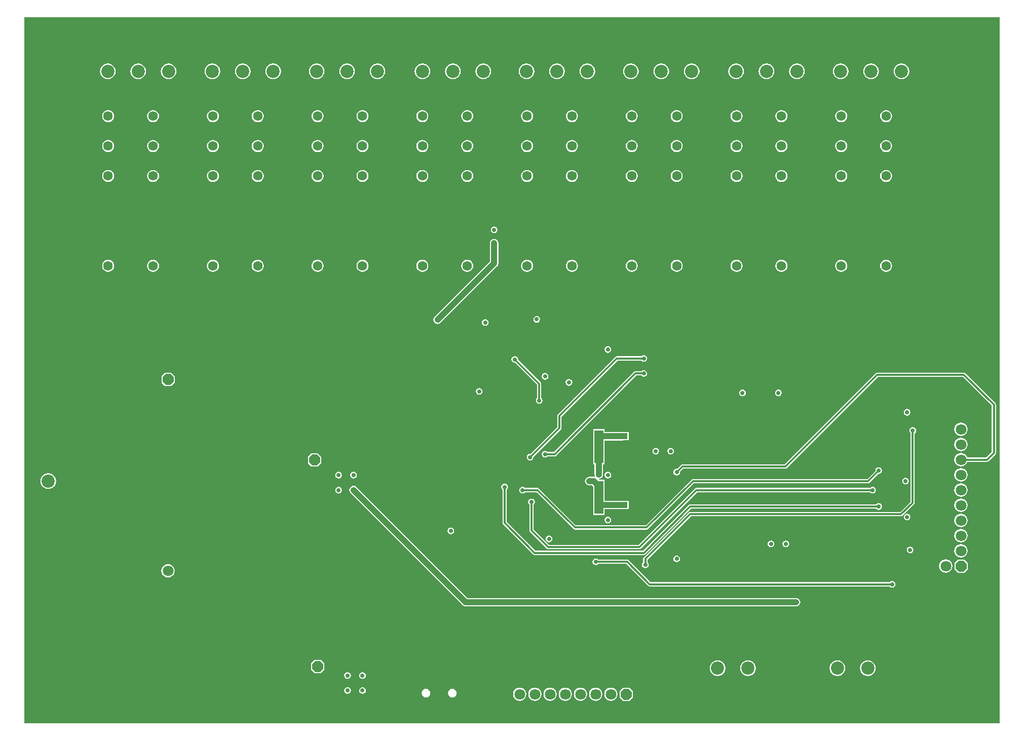
<source format=gbr>
%TF.GenerationSoftware,Altium Limited,Altium Designer,22.4.2 (48)*%
G04 Layer_Physical_Order=4*
G04 Layer_Color=16711680*
%FSLAX45Y45*%
%MOMM*%
%TF.SameCoordinates,5379F3DE-C0A0-4451-8F76-AB011D816888*%
%TF.FilePolarity,Positive*%
%TF.FileFunction,Copper,L4,Bot,Signal*%
%TF.Part,Single*%
G01*
G75*
%TA.AperFunction,SMDPad,CuDef*%
%ADD11R,1.60000X1.00000*%
%TA.AperFunction,Conductor*%
%ADD29C,0.30000*%
%ADD30C,1.00000*%
%TA.AperFunction,ComponentPad*%
%ADD34C,1.80000*%
G04:AMPARAMS|DCode=35|XSize=1.8mm|YSize=1.8mm|CornerRadius=0mm|HoleSize=0mm|Usage=FLASHONLY|Rotation=90.000|XOffset=0mm|YOffset=0mm|HoleType=Round|Shape=Octagon|*
%AMOCTAGOND35*
4,1,8,0.45000,0.90000,-0.45000,0.90000,-0.90000,0.45000,-0.90000,-0.45000,-0.45000,-0.90000,0.45000,-0.90000,0.90000,-0.45000,0.90000,0.45000,0.45000,0.90000,0.0*
%
%ADD35OCTAGOND35*%

%ADD36C,2.20000*%
G04:AMPARAMS|DCode=37|XSize=1.8mm|YSize=1.8mm|CornerRadius=0mm|HoleSize=0mm|Usage=FLASHONLY|Rotation=180.000|XOffset=0mm|YOffset=0mm|HoleType=Round|Shape=Octagon|*
%AMOCTAGOND37*
4,1,8,-0.90000,0.45000,-0.90000,-0.45000,-0.45000,-0.90000,0.45000,-0.90000,0.90000,-0.45000,0.90000,0.45000,0.45000,0.90000,-0.45000,0.90000,-0.90000,0.45000,0.0*
%
%ADD37OCTAGOND37*%

%ADD38C,1.60000*%
%TA.AperFunction,ViaPad*%
%ADD39C,7.00000*%
%ADD40C,0.70000*%
%TA.AperFunction,SMDPad,CuDef*%
%ADD41R,1.50000X5.50000*%
G36*
X16400000Y100000D02*
X100000D01*
Y11900000D01*
X16400000D01*
Y100000D01*
D02*
G37*
%LPC*%
G36*
X14758000Y11131122D02*
X14724063Y11126654D01*
X14692439Y11113555D01*
X14665283Y11092717D01*
X14644444Y11065561D01*
X14631346Y11033937D01*
X14626878Y11000000D01*
X14631346Y10966063D01*
X14644444Y10934439D01*
X14665283Y10907283D01*
X14692439Y10886445D01*
X14724063Y10873346D01*
X14758000Y10868878D01*
X14791937Y10873346D01*
X14823561Y10886445D01*
X14850717Y10907283D01*
X14871555Y10934439D01*
X14884654Y10966063D01*
X14889122Y11000000D01*
X14884654Y11033937D01*
X14871555Y11065561D01*
X14850717Y11092717D01*
X14823561Y11113555D01*
X14791937Y11126654D01*
X14758000Y11131122D01*
D02*
G37*
G36*
X14250000D02*
X14216063Y11126654D01*
X14184439Y11113555D01*
X14157283Y11092717D01*
X14136446Y11065561D01*
X14123346Y11033937D01*
X14118878Y11000000D01*
X14123346Y10966063D01*
X14136446Y10934439D01*
X14157283Y10907283D01*
X14184439Y10886445D01*
X14216063Y10873346D01*
X14250000Y10868878D01*
X14283937Y10873346D01*
X14315561Y10886445D01*
X14342717Y10907283D01*
X14363554Y10934439D01*
X14376654Y10966063D01*
X14381122Y11000000D01*
X14376654Y11033937D01*
X14363554Y11065561D01*
X14342717Y11092717D01*
X14315561Y11113555D01*
X14283937Y11126654D01*
X14250000Y11131122D01*
D02*
G37*
G36*
X13742000D02*
X13708063Y11126654D01*
X13676439Y11113555D01*
X13649283Y11092717D01*
X13628445Y11065561D01*
X13615346Y11033937D01*
X13610878Y11000000D01*
X13615346Y10966063D01*
X13628445Y10934439D01*
X13649283Y10907283D01*
X13676439Y10886445D01*
X13708063Y10873346D01*
X13742000Y10868878D01*
X13775937Y10873346D01*
X13807561Y10886445D01*
X13834717Y10907283D01*
X13855556Y10934439D01*
X13868654Y10966063D01*
X13873122Y11000000D01*
X13868654Y11033937D01*
X13855556Y11065561D01*
X13834717Y11092717D01*
X13807561Y11113555D01*
X13775937Y11126654D01*
X13742000Y11131122D01*
D02*
G37*
G36*
X13007999D02*
X12974063Y11126654D01*
X12942438Y11113555D01*
X12915282Y11092717D01*
X12894444Y11065561D01*
X12881346Y11033937D01*
X12876878Y11000000D01*
X12881346Y10966063D01*
X12894444Y10934439D01*
X12915282Y10907283D01*
X12942438Y10886445D01*
X12974063Y10873346D01*
X13007999Y10868878D01*
X13041936Y10873346D01*
X13073560Y10886445D01*
X13100716Y10907283D01*
X13121555Y10934439D01*
X13134653Y10966063D01*
X13139120Y11000000D01*
X13134653Y11033937D01*
X13121555Y11065561D01*
X13100716Y11092717D01*
X13073560Y11113555D01*
X13041936Y11126654D01*
X13007999Y11131122D01*
D02*
G37*
G36*
X12499999D02*
X12466063Y11126654D01*
X12434438Y11113555D01*
X12407282Y11092717D01*
X12386445Y11065561D01*
X12373346Y11033937D01*
X12368878Y11000000D01*
X12373346Y10966063D01*
X12386445Y10934439D01*
X12407282Y10907283D01*
X12434438Y10886445D01*
X12466063Y10873346D01*
X12499999Y10868878D01*
X12533936Y10873346D01*
X12565560Y10886445D01*
X12592716Y10907283D01*
X12613554Y10934439D01*
X12626653Y10966063D01*
X12631121Y11000000D01*
X12626653Y11033937D01*
X12613554Y11065561D01*
X12592716Y11092717D01*
X12565560Y11113555D01*
X12533936Y11126654D01*
X12499999Y11131122D01*
D02*
G37*
G36*
X11991999D02*
X11958063Y11126654D01*
X11926438Y11113555D01*
X11899282Y11092717D01*
X11878445Y11065561D01*
X11865346Y11033937D01*
X11860878Y11000000D01*
X11865346Y10966063D01*
X11878445Y10934439D01*
X11899282Y10907283D01*
X11926438Y10886445D01*
X11958063Y10873346D01*
X11991999Y10868878D01*
X12025936Y10873346D01*
X12057560Y10886445D01*
X12084716Y10907283D01*
X12105554Y10934439D01*
X12118653Y10966063D01*
X12123121Y11000000D01*
X12118653Y11033937D01*
X12105554Y11065561D01*
X12084716Y11092717D01*
X12057560Y11113555D01*
X12025936Y11126654D01*
X11991999Y11131122D01*
D02*
G37*
G36*
X11249999D02*
X11216063Y11126654D01*
X11184438Y11113555D01*
X11157282Y11092717D01*
X11136445Y11065561D01*
X11123346Y11033937D01*
X11118878Y11000000D01*
X11123346Y10966063D01*
X11136445Y10934439D01*
X11157282Y10907283D01*
X11184438Y10886445D01*
X11216063Y10873346D01*
X11249999Y10868878D01*
X11283936Y10873346D01*
X11315560Y10886445D01*
X11342716Y10907283D01*
X11363554Y10934439D01*
X11376653Y10966063D01*
X11381121Y11000000D01*
X11376653Y11033937D01*
X11363554Y11065561D01*
X11342716Y11092717D01*
X11315560Y11113555D01*
X11283936Y11126654D01*
X11249999Y11131122D01*
D02*
G37*
G36*
X10741999D02*
X10708063Y11126654D01*
X10676438Y11113555D01*
X10649282Y11092717D01*
X10628445Y11065561D01*
X10615346Y11033937D01*
X10610878Y11000000D01*
X10615346Y10966063D01*
X10628445Y10934439D01*
X10649282Y10907283D01*
X10676438Y10886445D01*
X10708063Y10873346D01*
X10741999Y10868878D01*
X10775936Y10873346D01*
X10807560Y10886445D01*
X10834716Y10907283D01*
X10855554Y10934439D01*
X10868653Y10966063D01*
X10873121Y11000000D01*
X10868653Y11033937D01*
X10855554Y11065561D01*
X10834716Y11092717D01*
X10807560Y11113555D01*
X10775936Y11126654D01*
X10741999Y11131122D01*
D02*
G37*
G36*
X10233999D02*
X10200063Y11126654D01*
X10168438Y11113555D01*
X10141282Y11092717D01*
X10120445Y11065561D01*
X10107346Y11033937D01*
X10102878Y11000000D01*
X10107346Y10966063D01*
X10120445Y10934439D01*
X10141282Y10907283D01*
X10168438Y10886445D01*
X10200063Y10873346D01*
X10233999Y10868878D01*
X10267936Y10873346D01*
X10299560Y10886445D01*
X10326716Y10907283D01*
X10347554Y10934439D01*
X10360653Y10966063D01*
X10365121Y11000000D01*
X10360653Y11033937D01*
X10347554Y11065561D01*
X10326716Y11092717D01*
X10299560Y11113555D01*
X10267936Y11126654D01*
X10233999Y11131122D01*
D02*
G37*
G36*
X9507999D02*
X9474063Y11126654D01*
X9442438Y11113555D01*
X9415282Y11092717D01*
X9394445Y11065561D01*
X9381345Y11033937D01*
X9376878Y11000000D01*
X9381345Y10966063D01*
X9394445Y10934439D01*
X9415282Y10907283D01*
X9442438Y10886445D01*
X9474063Y10873346D01*
X9507999Y10868878D01*
X9541936Y10873346D01*
X9573560Y10886445D01*
X9600716Y10907283D01*
X9621554Y10934439D01*
X9634653Y10966063D01*
X9639121Y11000000D01*
X9634653Y11033937D01*
X9621554Y11065561D01*
X9600716Y11092717D01*
X9573560Y11113555D01*
X9541936Y11126654D01*
X9507999Y11131122D01*
D02*
G37*
G36*
X8999999D02*
X8966063Y11126654D01*
X8934438Y11113555D01*
X8907282Y11092717D01*
X8886445Y11065561D01*
X8873345Y11033937D01*
X8868878Y11000000D01*
X8873345Y10966063D01*
X8886445Y10934439D01*
X8907282Y10907283D01*
X8934438Y10886445D01*
X8966063Y10873346D01*
X8999999Y10868878D01*
X9033936Y10873346D01*
X9065560Y10886445D01*
X9092716Y10907283D01*
X9113554Y10934439D01*
X9126653Y10966063D01*
X9131121Y11000000D01*
X9126653Y11033937D01*
X9113554Y11065561D01*
X9092716Y11092717D01*
X9065560Y11113555D01*
X9033936Y11126654D01*
X8999999Y11131122D01*
D02*
G37*
G36*
X8491999D02*
X8458063Y11126654D01*
X8426438Y11113555D01*
X8399282Y11092717D01*
X8378445Y11065561D01*
X8365345Y11033937D01*
X8360878Y11000000D01*
X8365345Y10966063D01*
X8378445Y10934439D01*
X8399282Y10907283D01*
X8426438Y10886445D01*
X8458063Y10873346D01*
X8491999Y10868878D01*
X8525936Y10873346D01*
X8557560Y10886445D01*
X8584716Y10907283D01*
X8605554Y10934439D01*
X8618653Y10966063D01*
X8623121Y11000000D01*
X8618653Y11033937D01*
X8605554Y11065561D01*
X8584716Y11092717D01*
X8557560Y11113555D01*
X8525936Y11126654D01*
X8491999Y11131122D01*
D02*
G37*
G36*
X7765999D02*
X7732063Y11126654D01*
X7700439Y11113555D01*
X7673282Y11092717D01*
X7652445Y11065561D01*
X7639346Y11033937D01*
X7634878Y11000000D01*
X7639346Y10966063D01*
X7652445Y10934439D01*
X7673282Y10907283D01*
X7700439Y10886445D01*
X7732063Y10873346D01*
X7765999Y10868878D01*
X7799936Y10873346D01*
X7831560Y10886445D01*
X7858717Y10907283D01*
X7879554Y10934439D01*
X7892653Y10966063D01*
X7897121Y11000000D01*
X7892653Y11033937D01*
X7879554Y11065561D01*
X7858717Y11092717D01*
X7831560Y11113555D01*
X7799936Y11126654D01*
X7765999Y11131122D01*
D02*
G37*
G36*
X7257999D02*
X7224063Y11126654D01*
X7192439Y11113555D01*
X7165282Y11092717D01*
X7144445Y11065561D01*
X7131346Y11033937D01*
X7126878Y11000000D01*
X7131346Y10966063D01*
X7144445Y10934439D01*
X7165282Y10907283D01*
X7192439Y10886445D01*
X7224063Y10873346D01*
X7257999Y10868878D01*
X7291936Y10873346D01*
X7323560Y10886445D01*
X7350717Y10907283D01*
X7371554Y10934439D01*
X7384653Y10966063D01*
X7389121Y11000000D01*
X7384653Y11033937D01*
X7371554Y11065561D01*
X7350717Y11092717D01*
X7323560Y11113555D01*
X7291936Y11126654D01*
X7257999Y11131122D01*
D02*
G37*
G36*
X6749999D02*
X6716063Y11126654D01*
X6684439Y11113555D01*
X6657282Y11092717D01*
X6636445Y11065561D01*
X6623346Y11033937D01*
X6618878Y11000000D01*
X6623346Y10966063D01*
X6636445Y10934439D01*
X6657282Y10907283D01*
X6684439Y10886445D01*
X6716063Y10873346D01*
X6749999Y10868878D01*
X6783936Y10873346D01*
X6815560Y10886445D01*
X6842717Y10907283D01*
X6863554Y10934439D01*
X6876653Y10966063D01*
X6881121Y11000000D01*
X6876653Y11033937D01*
X6863554Y11065561D01*
X6842717Y11092717D01*
X6815560Y11113555D01*
X6783936Y11126654D01*
X6749999Y11131122D01*
D02*
G37*
G36*
X5999999D02*
X5966063Y11126654D01*
X5934439Y11113555D01*
X5907282Y11092717D01*
X5886445Y11065561D01*
X5873346Y11033937D01*
X5868878Y11000000D01*
X5873346Y10966063D01*
X5886445Y10934439D01*
X5907282Y10907283D01*
X5934439Y10886445D01*
X5966063Y10873346D01*
X5999999Y10868878D01*
X6033936Y10873346D01*
X6065560Y10886445D01*
X6092717Y10907283D01*
X6113554Y10934439D01*
X6126653Y10966063D01*
X6131121Y11000000D01*
X6126653Y11033937D01*
X6113554Y11065561D01*
X6092717Y11092717D01*
X6065560Y11113555D01*
X6033936Y11126654D01*
X5999999Y11131122D01*
D02*
G37*
G36*
X5491999D02*
X5458063Y11126654D01*
X5426439Y11113555D01*
X5399282Y11092717D01*
X5378445Y11065561D01*
X5365346Y11033937D01*
X5360878Y11000000D01*
X5365346Y10966063D01*
X5378445Y10934439D01*
X5399282Y10907283D01*
X5426439Y10886445D01*
X5458063Y10873346D01*
X5491999Y10868878D01*
X5525936Y10873346D01*
X5557560Y10886445D01*
X5584717Y10907283D01*
X5605554Y10934439D01*
X5618653Y10966063D01*
X5623121Y11000000D01*
X5618653Y11033937D01*
X5605554Y11065561D01*
X5584717Y11092717D01*
X5557560Y11113555D01*
X5525936Y11126654D01*
X5491999Y11131122D01*
D02*
G37*
G36*
X4983999D02*
X4950063Y11126654D01*
X4918439Y11113555D01*
X4891282Y11092717D01*
X4870445Y11065561D01*
X4857346Y11033937D01*
X4852878Y11000000D01*
X4857346Y10966063D01*
X4870445Y10934439D01*
X4891282Y10907283D01*
X4918439Y10886445D01*
X4950063Y10873346D01*
X4983999Y10868878D01*
X5017936Y10873346D01*
X5049560Y10886445D01*
X5076717Y10907283D01*
X5097554Y10934439D01*
X5110653Y10966063D01*
X5115121Y11000000D01*
X5110653Y11033937D01*
X5097554Y11065561D01*
X5076717Y11092717D01*
X5049560Y11113555D01*
X5017936Y11126654D01*
X4983999Y11131122D01*
D02*
G37*
G36*
X4258000D02*
X4224063Y11126654D01*
X4192439Y11113555D01*
X4165283Y11092717D01*
X4144445Y11065561D01*
X4131346Y11033937D01*
X4126878Y11000000D01*
X4131346Y10966063D01*
X4144445Y10934439D01*
X4165283Y10907283D01*
X4192439Y10886445D01*
X4224063Y10873346D01*
X4258000Y10868878D01*
X4291937Y10873346D01*
X4323561Y10886445D01*
X4350717Y10907283D01*
X4371555Y10934439D01*
X4384654Y10966063D01*
X4389122Y11000000D01*
X4384654Y11033937D01*
X4371555Y11065561D01*
X4350717Y11092717D01*
X4323561Y11113555D01*
X4291937Y11126654D01*
X4258000Y11131122D01*
D02*
G37*
G36*
X3750000D02*
X3716063Y11126654D01*
X3684439Y11113555D01*
X3657283Y11092717D01*
X3636445Y11065561D01*
X3623346Y11033937D01*
X3618878Y11000000D01*
X3623346Y10966063D01*
X3636445Y10934439D01*
X3657283Y10907283D01*
X3684439Y10886445D01*
X3716063Y10873346D01*
X3750000Y10868878D01*
X3783937Y10873346D01*
X3815561Y10886445D01*
X3842717Y10907283D01*
X3863555Y10934439D01*
X3876654Y10966063D01*
X3881122Y11000000D01*
X3876654Y11033937D01*
X3863555Y11065561D01*
X3842717Y11092717D01*
X3815561Y11113555D01*
X3783937Y11126654D01*
X3750000Y11131122D01*
D02*
G37*
G36*
X3242000D02*
X3208063Y11126654D01*
X3176439Y11113555D01*
X3149283Y11092717D01*
X3128445Y11065561D01*
X3115346Y11033937D01*
X3110878Y11000000D01*
X3115346Y10966063D01*
X3128445Y10934439D01*
X3149283Y10907283D01*
X3176439Y10886445D01*
X3208063Y10873346D01*
X3242000Y10868878D01*
X3275937Y10873346D01*
X3307561Y10886445D01*
X3334717Y10907283D01*
X3355555Y10934439D01*
X3368654Y10966063D01*
X3373122Y11000000D01*
X3368654Y11033937D01*
X3355555Y11065561D01*
X3334717Y11092717D01*
X3307561Y11113555D01*
X3275937Y11126654D01*
X3242000Y11131122D01*
D02*
G37*
G36*
X2508000D02*
X2474063Y11126654D01*
X2442439Y11113555D01*
X2415283Y11092717D01*
X2394445Y11065561D01*
X2381346Y11033937D01*
X2376878Y11000000D01*
X2381346Y10966063D01*
X2394445Y10934439D01*
X2415283Y10907283D01*
X2442439Y10886445D01*
X2474063Y10873346D01*
X2508000Y10868878D01*
X2541936Y10873346D01*
X2573561Y10886445D01*
X2600717Y10907283D01*
X2621555Y10934439D01*
X2634654Y10966063D01*
X2639121Y11000000D01*
X2634654Y11033937D01*
X2621555Y11065561D01*
X2600717Y11092717D01*
X2573561Y11113555D01*
X2541936Y11126654D01*
X2508000Y11131122D01*
D02*
G37*
G36*
X2000000D02*
X1966063Y11126654D01*
X1934439Y11113555D01*
X1907283Y11092717D01*
X1886445Y11065561D01*
X1873346Y11033937D01*
X1868878Y11000000D01*
X1873346Y10966063D01*
X1886445Y10934439D01*
X1907283Y10907283D01*
X1934439Y10886445D01*
X1966063Y10873346D01*
X2000000Y10868878D01*
X2033936Y10873346D01*
X2065561Y10886445D01*
X2092717Y10907283D01*
X2113555Y10934439D01*
X2126654Y10966063D01*
X2131121Y11000000D01*
X2126654Y11033937D01*
X2113555Y11065561D01*
X2092717Y11092717D01*
X2065561Y11113555D01*
X2033936Y11126654D01*
X2000000Y11131122D01*
D02*
G37*
G36*
X1492000D02*
X1458063Y11126654D01*
X1426439Y11113555D01*
X1399283Y11092717D01*
X1378445Y11065561D01*
X1365346Y11033937D01*
X1360878Y11000000D01*
X1365346Y10966063D01*
X1378445Y10934439D01*
X1399283Y10907283D01*
X1426439Y10886445D01*
X1458063Y10873346D01*
X1492000Y10868878D01*
X1525936Y10873346D01*
X1557561Y10886445D01*
X1584717Y10907283D01*
X1605555Y10934439D01*
X1618654Y10966063D01*
X1623121Y11000000D01*
X1618654Y11033937D01*
X1605555Y11065561D01*
X1584717Y11092717D01*
X1557561Y11113555D01*
X1525936Y11126654D01*
X1492000Y11131122D01*
D02*
G37*
G36*
X14500000Y10350863D02*
X14473895Y10347426D01*
X14449570Y10337350D01*
X14428679Y10321321D01*
X14412650Y10300432D01*
X14402574Y10276105D01*
X14399136Y10250000D01*
X14402574Y10223895D01*
X14412650Y10199569D01*
X14428679Y10178679D01*
X14449570Y10162650D01*
X14473895Y10152574D01*
X14500000Y10149137D01*
X14526105Y10152574D01*
X14550430Y10162650D01*
X14571321Y10178679D01*
X14587350Y10199569D01*
X14597426Y10223895D01*
X14600864Y10250000D01*
X14597426Y10276105D01*
X14587350Y10300432D01*
X14571321Y10321321D01*
X14550430Y10337350D01*
X14526105Y10347426D01*
X14500000Y10350863D01*
D02*
G37*
G36*
X13750000D02*
X13723895Y10347426D01*
X13699570Y10337350D01*
X13678679Y10321321D01*
X13662650Y10300432D01*
X13652574Y10276105D01*
X13649136Y10250000D01*
X13652574Y10223895D01*
X13662650Y10199569D01*
X13678679Y10178679D01*
X13699570Y10162650D01*
X13723895Y10152574D01*
X13750000Y10149137D01*
X13776105Y10152574D01*
X13800430Y10162650D01*
X13821321Y10178679D01*
X13837350Y10199569D01*
X13847426Y10223895D01*
X13850864Y10250000D01*
X13847426Y10276105D01*
X13837350Y10300432D01*
X13821321Y10321321D01*
X13800430Y10337350D01*
X13776105Y10347426D01*
X13750000Y10350863D01*
D02*
G37*
G36*
X12750000D02*
X12723895Y10347426D01*
X12699569Y10337350D01*
X12678679Y10321321D01*
X12662650Y10300432D01*
X12652574Y10276105D01*
X12649137Y10250000D01*
X12652574Y10223895D01*
X12662650Y10199569D01*
X12678679Y10178679D01*
X12699569Y10162650D01*
X12723895Y10152574D01*
X12750000Y10149137D01*
X12776105Y10152574D01*
X12800430Y10162650D01*
X12821321Y10178679D01*
X12837349Y10199569D01*
X12847426Y10223895D01*
X12850864Y10250000D01*
X12847426Y10276105D01*
X12837349Y10300432D01*
X12821321Y10321321D01*
X12800430Y10337350D01*
X12776105Y10347426D01*
X12750000Y10350863D01*
D02*
G37*
G36*
X12000000D02*
X11973895Y10347426D01*
X11949569Y10337350D01*
X11928679Y10321321D01*
X11912650Y10300432D01*
X11902574Y10276105D01*
X11899137Y10250000D01*
X11902574Y10223895D01*
X11912650Y10199569D01*
X11928679Y10178679D01*
X11949569Y10162650D01*
X11973895Y10152574D01*
X12000000Y10149137D01*
X12026105Y10152574D01*
X12050431Y10162650D01*
X12071321Y10178679D01*
X12087349Y10199569D01*
X12097426Y10223895D01*
X12100863Y10250000D01*
X12097426Y10276105D01*
X12087349Y10300432D01*
X12071321Y10321321D01*
X12050431Y10337350D01*
X12026105Y10347426D01*
X12000000Y10350863D01*
D02*
G37*
G36*
X11000000D02*
X10973895Y10347426D01*
X10949569Y10337350D01*
X10928679Y10321321D01*
X10912651Y10300432D01*
X10902574Y10276105D01*
X10899137Y10250000D01*
X10902574Y10223895D01*
X10912651Y10199569D01*
X10928679Y10178679D01*
X10949569Y10162650D01*
X10973895Y10152574D01*
X11000000Y10149137D01*
X11026105Y10152574D01*
X11050432Y10162650D01*
X11071321Y10178679D01*
X11087350Y10199569D01*
X11097426Y10223895D01*
X11100863Y10250000D01*
X11097426Y10276105D01*
X11087350Y10300432D01*
X11071321Y10321321D01*
X11050432Y10337350D01*
X11026105Y10347426D01*
X11000000Y10350863D01*
D02*
G37*
G36*
X10250000D02*
X10223895Y10347426D01*
X10199569Y10337350D01*
X10178679Y10321321D01*
X10162650Y10300432D01*
X10152574Y10276105D01*
X10149137Y10250000D01*
X10152574Y10223895D01*
X10162650Y10199569D01*
X10178679Y10178679D01*
X10199569Y10162650D01*
X10223895Y10152574D01*
X10250000Y10149137D01*
X10276105Y10152574D01*
X10300432Y10162650D01*
X10321321Y10178679D01*
X10337350Y10199569D01*
X10347426Y10223895D01*
X10350863Y10250000D01*
X10347426Y10276105D01*
X10337350Y10300432D01*
X10321321Y10321321D01*
X10300432Y10337350D01*
X10276105Y10347426D01*
X10250000Y10350863D01*
D02*
G37*
G36*
X9250000D02*
X9223895Y10347426D01*
X9199569Y10337350D01*
X9178679Y10321321D01*
X9162650Y10300432D01*
X9152574Y10276105D01*
X9149137Y10250000D01*
X9152574Y10223895D01*
X9162650Y10199569D01*
X9178679Y10178679D01*
X9199569Y10162650D01*
X9223895Y10152574D01*
X9250000Y10149137D01*
X9276105Y10152574D01*
X9300431Y10162650D01*
X9321321Y10178679D01*
X9337350Y10199569D01*
X9347426Y10223895D01*
X9350863Y10250000D01*
X9347426Y10276105D01*
X9337350Y10300432D01*
X9321321Y10321321D01*
X9300431Y10337350D01*
X9276105Y10347426D01*
X9250000Y10350863D01*
D02*
G37*
G36*
X8500000D02*
X8473895Y10347426D01*
X8449569Y10337350D01*
X8428679Y10321321D01*
X8412650Y10300432D01*
X8402574Y10276105D01*
X8399137Y10250000D01*
X8402574Y10223895D01*
X8412650Y10199569D01*
X8428679Y10178679D01*
X8449569Y10162650D01*
X8473895Y10152574D01*
X8500000Y10149137D01*
X8526105Y10152574D01*
X8550431Y10162650D01*
X8571321Y10178679D01*
X8587350Y10199569D01*
X8597426Y10223895D01*
X8600863Y10250000D01*
X8597426Y10276105D01*
X8587350Y10300432D01*
X8571321Y10321321D01*
X8550431Y10337350D01*
X8526105Y10347426D01*
X8500000Y10350863D01*
D02*
G37*
G36*
X7500000D02*
X7473895Y10347426D01*
X7449569Y10337350D01*
X7428679Y10321321D01*
X7412650Y10300432D01*
X7402574Y10276105D01*
X7399137Y10250000D01*
X7402574Y10223895D01*
X7412650Y10199569D01*
X7428679Y10178679D01*
X7449569Y10162650D01*
X7473895Y10152574D01*
X7500000Y10149137D01*
X7526105Y10152574D01*
X7550431Y10162650D01*
X7571321Y10178679D01*
X7587350Y10199569D01*
X7597426Y10223895D01*
X7600863Y10250000D01*
X7597426Y10276105D01*
X7587350Y10300432D01*
X7571321Y10321321D01*
X7550431Y10337350D01*
X7526105Y10347426D01*
X7500000Y10350863D01*
D02*
G37*
G36*
X6750000D02*
X6723895Y10347426D01*
X6699569Y10337350D01*
X6678679Y10321321D01*
X6662650Y10300432D01*
X6652574Y10276105D01*
X6649137Y10250000D01*
X6652574Y10223895D01*
X6662650Y10199569D01*
X6678679Y10178679D01*
X6699569Y10162650D01*
X6723895Y10152574D01*
X6750000Y10149137D01*
X6776105Y10152574D01*
X6800431Y10162650D01*
X6821321Y10178679D01*
X6837350Y10199569D01*
X6847426Y10223895D01*
X6850863Y10250000D01*
X6847426Y10276105D01*
X6837350Y10300432D01*
X6821321Y10321321D01*
X6800431Y10337350D01*
X6776105Y10347426D01*
X6750000Y10350863D01*
D02*
G37*
G36*
X5750000D02*
X5723895Y10347426D01*
X5699568Y10337350D01*
X5678679Y10321321D01*
X5662650Y10300432D01*
X5652574Y10276105D01*
X5649137Y10250000D01*
X5652574Y10223895D01*
X5662650Y10199569D01*
X5678679Y10178679D01*
X5699568Y10162650D01*
X5723895Y10152574D01*
X5750000Y10149137D01*
X5776105Y10152574D01*
X5800431Y10162650D01*
X5821321Y10178679D01*
X5837350Y10199569D01*
X5847426Y10223895D01*
X5850863Y10250000D01*
X5847426Y10276105D01*
X5837350Y10300432D01*
X5821321Y10321321D01*
X5800431Y10337350D01*
X5776105Y10347426D01*
X5750000Y10350863D01*
D02*
G37*
G36*
X5000000D02*
X4973895Y10347426D01*
X4949568Y10337350D01*
X4928679Y10321321D01*
X4912650Y10300432D01*
X4902574Y10276105D01*
X4899137Y10250000D01*
X4902574Y10223895D01*
X4912650Y10199569D01*
X4928679Y10178679D01*
X4949568Y10162650D01*
X4973895Y10152574D01*
X5000000Y10149137D01*
X5026105Y10152574D01*
X5050431Y10162650D01*
X5071321Y10178679D01*
X5087349Y10199569D01*
X5097426Y10223895D01*
X5100863Y10250000D01*
X5097426Y10276105D01*
X5087349Y10300432D01*
X5071321Y10321321D01*
X5050431Y10337350D01*
X5026105Y10347426D01*
X5000000Y10350863D01*
D02*
G37*
G36*
X4000000D02*
X3973895Y10347426D01*
X3949568Y10337350D01*
X3928679Y10321321D01*
X3912650Y10300432D01*
X3902574Y10276105D01*
X3899137Y10250000D01*
X3902574Y10223895D01*
X3912650Y10199569D01*
X3928679Y10178679D01*
X3949568Y10162650D01*
X3973895Y10152574D01*
X4000000Y10149137D01*
X4026105Y10152574D01*
X4050431Y10162650D01*
X4071321Y10178679D01*
X4087349Y10199569D01*
X4097426Y10223895D01*
X4100863Y10250000D01*
X4097426Y10276105D01*
X4087349Y10300432D01*
X4071321Y10321321D01*
X4050431Y10337350D01*
X4026105Y10347426D01*
X4000000Y10350863D01*
D02*
G37*
G36*
X3250000D02*
X3223895Y10347426D01*
X3199568Y10337350D01*
X3178679Y10321321D01*
X3162650Y10300432D01*
X3152574Y10276105D01*
X3149137Y10250000D01*
X3152574Y10223895D01*
X3162650Y10199569D01*
X3178679Y10178679D01*
X3199568Y10162650D01*
X3223895Y10152574D01*
X3250000Y10149137D01*
X3276105Y10152574D01*
X3300431Y10162650D01*
X3321321Y10178679D01*
X3337349Y10199569D01*
X3347426Y10223895D01*
X3350862Y10250000D01*
X3347426Y10276105D01*
X3337349Y10300432D01*
X3321321Y10321321D01*
X3300431Y10337350D01*
X3276105Y10347426D01*
X3250000Y10350863D01*
D02*
G37*
G36*
X2250000D02*
X2223895Y10347426D01*
X2199569Y10337350D01*
X2178679Y10321321D01*
X2162650Y10300432D01*
X2152574Y10276105D01*
X2149137Y10250000D01*
X2152574Y10223895D01*
X2162650Y10199569D01*
X2178679Y10178679D01*
X2199569Y10162650D01*
X2223895Y10152574D01*
X2250000Y10149137D01*
X2276105Y10152574D01*
X2300431Y10162650D01*
X2321321Y10178679D01*
X2337350Y10199569D01*
X2347426Y10223895D01*
X2350863Y10250000D01*
X2347426Y10276105D01*
X2337350Y10300432D01*
X2321321Y10321321D01*
X2300431Y10337350D01*
X2276105Y10347426D01*
X2250000Y10350863D01*
D02*
G37*
G36*
X1500000D02*
X1473895Y10347426D01*
X1449569Y10337350D01*
X1428679Y10321321D01*
X1412650Y10300432D01*
X1402574Y10276105D01*
X1399137Y10250000D01*
X1402574Y10223895D01*
X1412650Y10199569D01*
X1428679Y10178679D01*
X1449569Y10162650D01*
X1473895Y10152574D01*
X1500000Y10149137D01*
X1526105Y10152574D01*
X1550431Y10162650D01*
X1571321Y10178679D01*
X1587350Y10199569D01*
X1597426Y10223895D01*
X1600863Y10250000D01*
X1597426Y10276105D01*
X1587350Y10300432D01*
X1571321Y10321321D01*
X1550431Y10337350D01*
X1526105Y10347426D01*
X1500000Y10350863D01*
D02*
G37*
G36*
X14500000Y9850863D02*
X14473895Y9847426D01*
X14449570Y9837350D01*
X14428679Y9821321D01*
X14412650Y9800432D01*
X14402574Y9776105D01*
X14399136Y9750000D01*
X14402574Y9723895D01*
X14412650Y9699569D01*
X14428679Y9678679D01*
X14449570Y9662650D01*
X14473895Y9652574D01*
X14500000Y9649137D01*
X14526105Y9652574D01*
X14550430Y9662650D01*
X14571321Y9678679D01*
X14587350Y9699569D01*
X14597426Y9723895D01*
X14600864Y9750000D01*
X14597426Y9776105D01*
X14587350Y9800432D01*
X14571321Y9821321D01*
X14550430Y9837350D01*
X14526105Y9847426D01*
X14500000Y9850863D01*
D02*
G37*
G36*
X13750000D02*
X13723895Y9847426D01*
X13699570Y9837350D01*
X13678679Y9821321D01*
X13662650Y9800432D01*
X13652574Y9776105D01*
X13649136Y9750000D01*
X13652574Y9723895D01*
X13662650Y9699569D01*
X13678679Y9678679D01*
X13699570Y9662650D01*
X13723895Y9652574D01*
X13750000Y9649137D01*
X13776105Y9652574D01*
X13800430Y9662650D01*
X13821321Y9678679D01*
X13837350Y9699569D01*
X13847426Y9723895D01*
X13850864Y9750000D01*
X13847426Y9776105D01*
X13837350Y9800432D01*
X13821321Y9821321D01*
X13800430Y9837350D01*
X13776105Y9847426D01*
X13750000Y9850863D01*
D02*
G37*
G36*
X12750000D02*
X12723895Y9847426D01*
X12699569Y9837350D01*
X12678679Y9821321D01*
X12662650Y9800432D01*
X12652574Y9776105D01*
X12649137Y9750000D01*
X12652574Y9723895D01*
X12662650Y9699569D01*
X12678679Y9678679D01*
X12699569Y9662650D01*
X12723895Y9652574D01*
X12750000Y9649137D01*
X12776105Y9652574D01*
X12800430Y9662650D01*
X12821321Y9678679D01*
X12837349Y9699569D01*
X12847426Y9723895D01*
X12850864Y9750000D01*
X12847426Y9776105D01*
X12837349Y9800432D01*
X12821321Y9821321D01*
X12800430Y9837350D01*
X12776105Y9847426D01*
X12750000Y9850863D01*
D02*
G37*
G36*
X12000000D02*
X11973895Y9847426D01*
X11949569Y9837350D01*
X11928679Y9821321D01*
X11912650Y9800432D01*
X11902574Y9776105D01*
X11899137Y9750000D01*
X11902574Y9723895D01*
X11912650Y9699569D01*
X11928679Y9678679D01*
X11949569Y9662650D01*
X11973895Y9652574D01*
X12000000Y9649137D01*
X12026105Y9652574D01*
X12050431Y9662650D01*
X12071321Y9678679D01*
X12087349Y9699569D01*
X12097426Y9723895D01*
X12100863Y9750000D01*
X12097426Y9776105D01*
X12087349Y9800432D01*
X12071321Y9821321D01*
X12050431Y9837350D01*
X12026105Y9847426D01*
X12000000Y9850863D01*
D02*
G37*
G36*
X11000000D02*
X10973895Y9847426D01*
X10949569Y9837350D01*
X10928679Y9821321D01*
X10912651Y9800432D01*
X10902574Y9776105D01*
X10899137Y9750000D01*
X10902574Y9723895D01*
X10912651Y9699569D01*
X10928679Y9678679D01*
X10949569Y9662650D01*
X10973895Y9652574D01*
X11000000Y9649137D01*
X11026105Y9652574D01*
X11050432Y9662650D01*
X11071321Y9678679D01*
X11087350Y9699569D01*
X11097426Y9723895D01*
X11100863Y9750000D01*
X11097426Y9776105D01*
X11087350Y9800432D01*
X11071321Y9821321D01*
X11050432Y9837350D01*
X11026105Y9847426D01*
X11000000Y9850863D01*
D02*
G37*
G36*
X10250000D02*
X10223895Y9847426D01*
X10199569Y9837350D01*
X10178679Y9821321D01*
X10162650Y9800432D01*
X10152574Y9776105D01*
X10149137Y9750000D01*
X10152574Y9723895D01*
X10162650Y9699569D01*
X10178679Y9678679D01*
X10199569Y9662650D01*
X10223895Y9652574D01*
X10250000Y9649137D01*
X10276105Y9652574D01*
X10300432Y9662650D01*
X10321321Y9678679D01*
X10337350Y9699569D01*
X10347426Y9723895D01*
X10350863Y9750000D01*
X10347426Y9776105D01*
X10337350Y9800432D01*
X10321321Y9821321D01*
X10300432Y9837350D01*
X10276105Y9847426D01*
X10250000Y9850863D01*
D02*
G37*
G36*
X9250000D02*
X9223895Y9847426D01*
X9199569Y9837350D01*
X9178679Y9821321D01*
X9162650Y9800432D01*
X9152574Y9776105D01*
X9149137Y9750000D01*
X9152574Y9723895D01*
X9162650Y9699569D01*
X9178679Y9678679D01*
X9199569Y9662650D01*
X9223895Y9652574D01*
X9250000Y9649137D01*
X9276105Y9652574D01*
X9300431Y9662650D01*
X9321321Y9678679D01*
X9337350Y9699569D01*
X9347426Y9723895D01*
X9350863Y9750000D01*
X9347426Y9776105D01*
X9337350Y9800432D01*
X9321321Y9821321D01*
X9300431Y9837350D01*
X9276105Y9847426D01*
X9250000Y9850863D01*
D02*
G37*
G36*
X8500000D02*
X8473895Y9847426D01*
X8449569Y9837350D01*
X8428679Y9821321D01*
X8412650Y9800432D01*
X8402574Y9776105D01*
X8399137Y9750000D01*
X8402574Y9723895D01*
X8412650Y9699569D01*
X8428679Y9678679D01*
X8449569Y9662650D01*
X8473895Y9652574D01*
X8500000Y9649137D01*
X8526105Y9652574D01*
X8550431Y9662650D01*
X8571321Y9678679D01*
X8587350Y9699569D01*
X8597426Y9723895D01*
X8600863Y9750000D01*
X8597426Y9776105D01*
X8587350Y9800432D01*
X8571321Y9821321D01*
X8550431Y9837350D01*
X8526105Y9847426D01*
X8500000Y9850863D01*
D02*
G37*
G36*
X7500000D02*
X7473895Y9847426D01*
X7449569Y9837350D01*
X7428679Y9821321D01*
X7412650Y9800432D01*
X7402574Y9776105D01*
X7399137Y9750000D01*
X7402574Y9723895D01*
X7412650Y9699569D01*
X7428679Y9678679D01*
X7449569Y9662650D01*
X7473895Y9652574D01*
X7500000Y9649137D01*
X7526105Y9652574D01*
X7550431Y9662650D01*
X7571321Y9678679D01*
X7587350Y9699569D01*
X7597426Y9723895D01*
X7600863Y9750000D01*
X7597426Y9776105D01*
X7587350Y9800432D01*
X7571321Y9821321D01*
X7550431Y9837350D01*
X7526105Y9847426D01*
X7500000Y9850863D01*
D02*
G37*
G36*
X6750000D02*
X6723895Y9847426D01*
X6699569Y9837350D01*
X6678679Y9821321D01*
X6662650Y9800432D01*
X6652574Y9776105D01*
X6649137Y9750000D01*
X6652574Y9723895D01*
X6662650Y9699569D01*
X6678679Y9678679D01*
X6699569Y9662650D01*
X6723895Y9652574D01*
X6750000Y9649137D01*
X6776105Y9652574D01*
X6800431Y9662650D01*
X6821321Y9678679D01*
X6837350Y9699569D01*
X6847426Y9723895D01*
X6850863Y9750000D01*
X6847426Y9776105D01*
X6837350Y9800432D01*
X6821321Y9821321D01*
X6800431Y9837350D01*
X6776105Y9847426D01*
X6750000Y9850863D01*
D02*
G37*
G36*
X5750000D02*
X5723895Y9847426D01*
X5699568Y9837350D01*
X5678679Y9821321D01*
X5662650Y9800432D01*
X5652574Y9776105D01*
X5649137Y9750000D01*
X5652574Y9723895D01*
X5662650Y9699569D01*
X5678679Y9678679D01*
X5699568Y9662650D01*
X5723895Y9652574D01*
X5750000Y9649137D01*
X5776105Y9652574D01*
X5800431Y9662650D01*
X5821321Y9678679D01*
X5837350Y9699569D01*
X5847426Y9723895D01*
X5850863Y9750000D01*
X5847426Y9776105D01*
X5837350Y9800432D01*
X5821321Y9821321D01*
X5800431Y9837350D01*
X5776105Y9847426D01*
X5750000Y9850863D01*
D02*
G37*
G36*
X5000000D02*
X4973895Y9847426D01*
X4949568Y9837350D01*
X4928679Y9821321D01*
X4912650Y9800432D01*
X4902574Y9776105D01*
X4899137Y9750000D01*
X4902574Y9723895D01*
X4912650Y9699569D01*
X4928679Y9678679D01*
X4949568Y9662650D01*
X4973895Y9652574D01*
X5000000Y9649137D01*
X5026105Y9652574D01*
X5050431Y9662650D01*
X5071321Y9678679D01*
X5087349Y9699569D01*
X5097426Y9723895D01*
X5100863Y9750000D01*
X5097426Y9776105D01*
X5087349Y9800432D01*
X5071321Y9821321D01*
X5050431Y9837350D01*
X5026105Y9847426D01*
X5000000Y9850863D01*
D02*
G37*
G36*
X4000000D02*
X3973895Y9847426D01*
X3949568Y9837350D01*
X3928679Y9821321D01*
X3912650Y9800432D01*
X3902574Y9776105D01*
X3899137Y9750000D01*
X3902574Y9723895D01*
X3912650Y9699569D01*
X3928679Y9678679D01*
X3949568Y9662650D01*
X3973895Y9652574D01*
X4000000Y9649137D01*
X4026105Y9652574D01*
X4050431Y9662650D01*
X4071321Y9678679D01*
X4087349Y9699569D01*
X4097426Y9723895D01*
X4100863Y9750000D01*
X4097426Y9776105D01*
X4087349Y9800432D01*
X4071321Y9821321D01*
X4050431Y9837350D01*
X4026105Y9847426D01*
X4000000Y9850863D01*
D02*
G37*
G36*
X3250000D02*
X3223895Y9847426D01*
X3199568Y9837350D01*
X3178679Y9821321D01*
X3162650Y9800432D01*
X3152574Y9776105D01*
X3149137Y9750000D01*
X3152574Y9723895D01*
X3162650Y9699569D01*
X3178679Y9678679D01*
X3199568Y9662650D01*
X3223895Y9652574D01*
X3250000Y9649137D01*
X3276105Y9652574D01*
X3300431Y9662650D01*
X3321321Y9678679D01*
X3337349Y9699569D01*
X3347426Y9723895D01*
X3350862Y9750000D01*
X3347426Y9776105D01*
X3337349Y9800432D01*
X3321321Y9821321D01*
X3300431Y9837350D01*
X3276105Y9847426D01*
X3250000Y9850863D01*
D02*
G37*
G36*
X2250000D02*
X2223895Y9847426D01*
X2199569Y9837350D01*
X2178679Y9821321D01*
X2162650Y9800432D01*
X2152574Y9776105D01*
X2149137Y9750000D01*
X2152574Y9723895D01*
X2162650Y9699569D01*
X2178679Y9678679D01*
X2199569Y9662650D01*
X2223895Y9652574D01*
X2250000Y9649137D01*
X2276105Y9652574D01*
X2300431Y9662650D01*
X2321321Y9678679D01*
X2337350Y9699569D01*
X2347426Y9723895D01*
X2350863Y9750000D01*
X2347426Y9776105D01*
X2337350Y9800432D01*
X2321321Y9821321D01*
X2300431Y9837350D01*
X2276105Y9847426D01*
X2250000Y9850863D01*
D02*
G37*
G36*
X1500000D02*
X1473895Y9847426D01*
X1449569Y9837350D01*
X1428679Y9821321D01*
X1412650Y9800432D01*
X1402574Y9776105D01*
X1399137Y9750000D01*
X1402574Y9723895D01*
X1412650Y9699569D01*
X1428679Y9678679D01*
X1449569Y9662650D01*
X1473895Y9652574D01*
X1500000Y9649137D01*
X1526105Y9652574D01*
X1550431Y9662650D01*
X1571321Y9678679D01*
X1587350Y9699569D01*
X1597426Y9723895D01*
X1600863Y9750000D01*
X1597426Y9776105D01*
X1587350Y9800432D01*
X1571321Y9821321D01*
X1550431Y9837350D01*
X1526105Y9847426D01*
X1500000Y9850863D01*
D02*
G37*
G36*
X14500000Y9350863D02*
X14473895Y9347426D01*
X14449570Y9337350D01*
X14428679Y9321321D01*
X14412650Y9300431D01*
X14402574Y9276105D01*
X14399136Y9250000D01*
X14402574Y9223895D01*
X14412650Y9199569D01*
X14428679Y9178679D01*
X14449570Y9162650D01*
X14473895Y9152574D01*
X14500000Y9149137D01*
X14526105Y9152574D01*
X14550430Y9162650D01*
X14571321Y9178679D01*
X14587350Y9199569D01*
X14597426Y9223895D01*
X14600864Y9250000D01*
X14597426Y9276105D01*
X14587350Y9300431D01*
X14571321Y9321321D01*
X14550430Y9337350D01*
X14526105Y9347426D01*
X14500000Y9350863D01*
D02*
G37*
G36*
X13750000D02*
X13723895Y9347426D01*
X13699570Y9337350D01*
X13678679Y9321321D01*
X13662650Y9300431D01*
X13652574Y9276105D01*
X13649136Y9250000D01*
X13652574Y9223895D01*
X13662650Y9199569D01*
X13678679Y9178679D01*
X13699570Y9162650D01*
X13723895Y9152574D01*
X13750000Y9149137D01*
X13776105Y9152574D01*
X13800430Y9162650D01*
X13821321Y9178679D01*
X13837350Y9199569D01*
X13847426Y9223895D01*
X13850864Y9250000D01*
X13847426Y9276105D01*
X13837350Y9300431D01*
X13821321Y9321321D01*
X13800430Y9337350D01*
X13776105Y9347426D01*
X13750000Y9350863D01*
D02*
G37*
G36*
X12750000D02*
X12723895Y9347426D01*
X12699569Y9337350D01*
X12678679Y9321321D01*
X12662650Y9300431D01*
X12652574Y9276105D01*
X12649137Y9250000D01*
X12652574Y9223895D01*
X12662650Y9199569D01*
X12678679Y9178679D01*
X12699569Y9162650D01*
X12723895Y9152574D01*
X12750000Y9149137D01*
X12776105Y9152574D01*
X12800430Y9162650D01*
X12821321Y9178679D01*
X12837349Y9199569D01*
X12847426Y9223895D01*
X12850864Y9250000D01*
X12847426Y9276105D01*
X12837349Y9300431D01*
X12821321Y9321321D01*
X12800430Y9337350D01*
X12776105Y9347426D01*
X12750000Y9350863D01*
D02*
G37*
G36*
X12000000D02*
X11973895Y9347426D01*
X11949569Y9337350D01*
X11928679Y9321321D01*
X11912650Y9300431D01*
X11902574Y9276105D01*
X11899137Y9250000D01*
X11902574Y9223895D01*
X11912650Y9199569D01*
X11928679Y9178679D01*
X11949569Y9162650D01*
X11973895Y9152574D01*
X12000000Y9149137D01*
X12026105Y9152574D01*
X12050431Y9162650D01*
X12071321Y9178679D01*
X12087349Y9199569D01*
X12097426Y9223895D01*
X12100863Y9250000D01*
X12097426Y9276105D01*
X12087349Y9300431D01*
X12071321Y9321321D01*
X12050431Y9337350D01*
X12026105Y9347426D01*
X12000000Y9350863D01*
D02*
G37*
G36*
X11000000D02*
X10973895Y9347426D01*
X10949569Y9337350D01*
X10928679Y9321321D01*
X10912651Y9300431D01*
X10902574Y9276105D01*
X10899137Y9250000D01*
X10902574Y9223895D01*
X10912651Y9199569D01*
X10928679Y9178679D01*
X10949569Y9162650D01*
X10973895Y9152574D01*
X11000000Y9149137D01*
X11026105Y9152574D01*
X11050432Y9162650D01*
X11071321Y9178679D01*
X11087350Y9199569D01*
X11097426Y9223895D01*
X11100863Y9250000D01*
X11097426Y9276105D01*
X11087350Y9300431D01*
X11071321Y9321321D01*
X11050432Y9337350D01*
X11026105Y9347426D01*
X11000000Y9350863D01*
D02*
G37*
G36*
X10250000D02*
X10223895Y9347426D01*
X10199569Y9337350D01*
X10178679Y9321321D01*
X10162650Y9300431D01*
X10152574Y9276105D01*
X10149137Y9250000D01*
X10152574Y9223895D01*
X10162650Y9199569D01*
X10178679Y9178679D01*
X10199569Y9162650D01*
X10223895Y9152574D01*
X10250000Y9149137D01*
X10276105Y9152574D01*
X10300432Y9162650D01*
X10321321Y9178679D01*
X10337350Y9199569D01*
X10347426Y9223895D01*
X10350863Y9250000D01*
X10347426Y9276105D01*
X10337350Y9300431D01*
X10321321Y9321321D01*
X10300432Y9337350D01*
X10276105Y9347426D01*
X10250000Y9350863D01*
D02*
G37*
G36*
X9250000D02*
X9223895Y9347426D01*
X9199569Y9337350D01*
X9178679Y9321321D01*
X9162650Y9300431D01*
X9152574Y9276105D01*
X9149137Y9250000D01*
X9152574Y9223895D01*
X9162650Y9199569D01*
X9178679Y9178679D01*
X9199569Y9162650D01*
X9223895Y9152574D01*
X9250000Y9149137D01*
X9276105Y9152574D01*
X9300431Y9162650D01*
X9321321Y9178679D01*
X9337350Y9199569D01*
X9347426Y9223895D01*
X9350863Y9250000D01*
X9347426Y9276105D01*
X9337350Y9300431D01*
X9321321Y9321321D01*
X9300431Y9337350D01*
X9276105Y9347426D01*
X9250000Y9350863D01*
D02*
G37*
G36*
X8500000D02*
X8473895Y9347426D01*
X8449569Y9337350D01*
X8428679Y9321321D01*
X8412650Y9300431D01*
X8402574Y9276105D01*
X8399137Y9250000D01*
X8402574Y9223895D01*
X8412650Y9199569D01*
X8428679Y9178679D01*
X8449569Y9162650D01*
X8473895Y9152574D01*
X8500000Y9149137D01*
X8526105Y9152574D01*
X8550431Y9162650D01*
X8571321Y9178679D01*
X8587350Y9199569D01*
X8597426Y9223895D01*
X8600863Y9250000D01*
X8597426Y9276105D01*
X8587350Y9300431D01*
X8571321Y9321321D01*
X8550431Y9337350D01*
X8526105Y9347426D01*
X8500000Y9350863D01*
D02*
G37*
G36*
X7500000D02*
X7473895Y9347426D01*
X7449569Y9337350D01*
X7428679Y9321321D01*
X7412650Y9300431D01*
X7402574Y9276105D01*
X7399137Y9250000D01*
X7402574Y9223895D01*
X7412650Y9199569D01*
X7428679Y9178679D01*
X7449569Y9162650D01*
X7473895Y9152574D01*
X7500000Y9149137D01*
X7526105Y9152574D01*
X7550431Y9162650D01*
X7571321Y9178679D01*
X7587350Y9199569D01*
X7597426Y9223895D01*
X7600863Y9250000D01*
X7597426Y9276105D01*
X7587350Y9300431D01*
X7571321Y9321321D01*
X7550431Y9337350D01*
X7526105Y9347426D01*
X7500000Y9350863D01*
D02*
G37*
G36*
X6750000D02*
X6723895Y9347426D01*
X6699569Y9337350D01*
X6678679Y9321321D01*
X6662650Y9300431D01*
X6652574Y9276105D01*
X6649137Y9250000D01*
X6652574Y9223895D01*
X6662650Y9199569D01*
X6678679Y9178679D01*
X6699569Y9162650D01*
X6723895Y9152574D01*
X6750000Y9149137D01*
X6776105Y9152574D01*
X6800431Y9162650D01*
X6821321Y9178679D01*
X6837350Y9199569D01*
X6847426Y9223895D01*
X6850863Y9250000D01*
X6847426Y9276105D01*
X6837350Y9300431D01*
X6821321Y9321321D01*
X6800431Y9337350D01*
X6776105Y9347426D01*
X6750000Y9350863D01*
D02*
G37*
G36*
X5750000D02*
X5723895Y9347426D01*
X5699568Y9337350D01*
X5678679Y9321321D01*
X5662650Y9300431D01*
X5652574Y9276105D01*
X5649137Y9250000D01*
X5652574Y9223895D01*
X5662650Y9199569D01*
X5678679Y9178679D01*
X5699568Y9162650D01*
X5723895Y9152574D01*
X5750000Y9149137D01*
X5776105Y9152574D01*
X5800431Y9162650D01*
X5821321Y9178679D01*
X5837350Y9199569D01*
X5847426Y9223895D01*
X5850863Y9250000D01*
X5847426Y9276105D01*
X5837350Y9300431D01*
X5821321Y9321321D01*
X5800431Y9337350D01*
X5776105Y9347426D01*
X5750000Y9350863D01*
D02*
G37*
G36*
X5000000D02*
X4973895Y9347426D01*
X4949568Y9337350D01*
X4928679Y9321321D01*
X4912650Y9300431D01*
X4902574Y9276105D01*
X4899137Y9250000D01*
X4902574Y9223895D01*
X4912650Y9199569D01*
X4928679Y9178679D01*
X4949568Y9162650D01*
X4973895Y9152574D01*
X5000000Y9149137D01*
X5026105Y9152574D01*
X5050431Y9162650D01*
X5071321Y9178679D01*
X5087349Y9199569D01*
X5097426Y9223895D01*
X5100863Y9250000D01*
X5097426Y9276105D01*
X5087349Y9300431D01*
X5071321Y9321321D01*
X5050431Y9337350D01*
X5026105Y9347426D01*
X5000000Y9350863D01*
D02*
G37*
G36*
X4000000D02*
X3973895Y9347426D01*
X3949568Y9337350D01*
X3928679Y9321321D01*
X3912650Y9300431D01*
X3902574Y9276105D01*
X3899137Y9250000D01*
X3902574Y9223895D01*
X3912650Y9199569D01*
X3928679Y9178679D01*
X3949568Y9162650D01*
X3973895Y9152574D01*
X4000000Y9149137D01*
X4026105Y9152574D01*
X4050431Y9162650D01*
X4071321Y9178679D01*
X4087349Y9199569D01*
X4097426Y9223895D01*
X4100863Y9250000D01*
X4097426Y9276105D01*
X4087349Y9300431D01*
X4071321Y9321321D01*
X4050431Y9337350D01*
X4026105Y9347426D01*
X4000000Y9350863D01*
D02*
G37*
G36*
X3250000D02*
X3223895Y9347426D01*
X3199568Y9337350D01*
X3178679Y9321321D01*
X3162650Y9300431D01*
X3152574Y9276105D01*
X3149137Y9250000D01*
X3152574Y9223895D01*
X3162650Y9199569D01*
X3178679Y9178679D01*
X3199568Y9162650D01*
X3223895Y9152574D01*
X3250000Y9149137D01*
X3276105Y9152574D01*
X3300431Y9162650D01*
X3321321Y9178679D01*
X3337349Y9199569D01*
X3347426Y9223895D01*
X3350862Y9250000D01*
X3347426Y9276105D01*
X3337349Y9300431D01*
X3321321Y9321321D01*
X3300431Y9337350D01*
X3276105Y9347426D01*
X3250000Y9350863D01*
D02*
G37*
G36*
X2250000D02*
X2223895Y9347426D01*
X2199569Y9337350D01*
X2178679Y9321321D01*
X2162650Y9300431D01*
X2152574Y9276105D01*
X2149137Y9250000D01*
X2152574Y9223895D01*
X2162650Y9199569D01*
X2178679Y9178679D01*
X2199569Y9162650D01*
X2223895Y9152574D01*
X2250000Y9149137D01*
X2276105Y9152574D01*
X2300431Y9162650D01*
X2321321Y9178679D01*
X2337350Y9199569D01*
X2347426Y9223895D01*
X2350863Y9250000D01*
X2347426Y9276105D01*
X2337350Y9300431D01*
X2321321Y9321321D01*
X2300431Y9337350D01*
X2276105Y9347426D01*
X2250000Y9350863D01*
D02*
G37*
G36*
X1500000D02*
X1473895Y9347426D01*
X1449569Y9337350D01*
X1428679Y9321321D01*
X1412650Y9300431D01*
X1402574Y9276105D01*
X1399137Y9250000D01*
X1402574Y9223895D01*
X1412650Y9199569D01*
X1428679Y9178679D01*
X1449569Y9162650D01*
X1473895Y9152574D01*
X1500000Y9149137D01*
X1526105Y9152574D01*
X1550431Y9162650D01*
X1571321Y9178679D01*
X1587350Y9199569D01*
X1597426Y9223895D01*
X1600863Y9250000D01*
X1597426Y9276105D01*
X1587350Y9300431D01*
X1571321Y9321321D01*
X1550431Y9337350D01*
X1526105Y9347426D01*
X1500000Y9350863D01*
D02*
G37*
G36*
X7950000Y8406077D02*
X7928540Y8401809D01*
X7910347Y8389653D01*
X7898191Y8371460D01*
X7893923Y8350000D01*
X7898191Y8328540D01*
X7910347Y8310347D01*
X7928540Y8298191D01*
X7950000Y8293923D01*
X7971460Y8298191D01*
X7989653Y8310347D01*
X8001809Y8328540D01*
X8006077Y8350000D01*
X8001809Y8371460D01*
X7989653Y8389653D01*
X7971460Y8401809D01*
X7950000Y8406077D01*
D02*
G37*
G36*
X14500000Y7850863D02*
X14473895Y7847426D01*
X14449570Y7837350D01*
X14428679Y7821321D01*
X14412650Y7800431D01*
X14402574Y7776105D01*
X14399136Y7750000D01*
X14402574Y7723895D01*
X14412650Y7699569D01*
X14428679Y7678680D01*
X14449570Y7662651D01*
X14473895Y7652574D01*
X14500000Y7649138D01*
X14526105Y7652574D01*
X14550430Y7662651D01*
X14571321Y7678680D01*
X14587350Y7699569D01*
X14597426Y7723895D01*
X14600864Y7750000D01*
X14597426Y7776105D01*
X14587350Y7800431D01*
X14571321Y7821321D01*
X14550430Y7837350D01*
X14526105Y7847426D01*
X14500000Y7850863D01*
D02*
G37*
G36*
X13750000D02*
X13723895Y7847426D01*
X13699570Y7837350D01*
X13678679Y7821321D01*
X13662650Y7800431D01*
X13652574Y7776105D01*
X13649136Y7750000D01*
X13652574Y7723895D01*
X13662650Y7699569D01*
X13678679Y7678680D01*
X13699570Y7662651D01*
X13723895Y7652574D01*
X13750000Y7649138D01*
X13776105Y7652574D01*
X13800430Y7662651D01*
X13821321Y7678680D01*
X13837350Y7699569D01*
X13847426Y7723895D01*
X13850864Y7750000D01*
X13847426Y7776105D01*
X13837350Y7800431D01*
X13821321Y7821321D01*
X13800430Y7837350D01*
X13776105Y7847426D01*
X13750000Y7850863D01*
D02*
G37*
G36*
X12750000D02*
X12723895Y7847426D01*
X12699569Y7837350D01*
X12678679Y7821321D01*
X12662650Y7800431D01*
X12652574Y7776105D01*
X12649137Y7750000D01*
X12652574Y7723895D01*
X12662650Y7699569D01*
X12678679Y7678680D01*
X12699569Y7662651D01*
X12723895Y7652574D01*
X12750000Y7649138D01*
X12776105Y7652574D01*
X12800430Y7662651D01*
X12821321Y7678680D01*
X12837349Y7699569D01*
X12847426Y7723895D01*
X12850864Y7750000D01*
X12847426Y7776105D01*
X12837349Y7800431D01*
X12821321Y7821321D01*
X12800430Y7837350D01*
X12776105Y7847426D01*
X12750000Y7850863D01*
D02*
G37*
G36*
X12000000D02*
X11973895Y7847426D01*
X11949569Y7837350D01*
X11928679Y7821321D01*
X11912650Y7800431D01*
X11902574Y7776105D01*
X11899137Y7750000D01*
X11902574Y7723895D01*
X11912650Y7699569D01*
X11928679Y7678680D01*
X11949569Y7662651D01*
X11973895Y7652574D01*
X12000000Y7649138D01*
X12026105Y7652574D01*
X12050431Y7662651D01*
X12071321Y7678680D01*
X12087349Y7699569D01*
X12097426Y7723895D01*
X12100863Y7750000D01*
X12097426Y7776105D01*
X12087349Y7800431D01*
X12071321Y7821321D01*
X12050431Y7837350D01*
X12026105Y7847426D01*
X12000000Y7850863D01*
D02*
G37*
G36*
X11000000D02*
X10973895Y7847426D01*
X10949569Y7837350D01*
X10928679Y7821321D01*
X10912651Y7800431D01*
X10902574Y7776105D01*
X10899137Y7750000D01*
X10902574Y7723895D01*
X10912651Y7699569D01*
X10928679Y7678680D01*
X10949569Y7662651D01*
X10973895Y7652574D01*
X11000000Y7649138D01*
X11026105Y7652574D01*
X11050432Y7662651D01*
X11071321Y7678680D01*
X11087350Y7699569D01*
X11097426Y7723895D01*
X11100863Y7750000D01*
X11097426Y7776105D01*
X11087350Y7800431D01*
X11071321Y7821321D01*
X11050432Y7837350D01*
X11026105Y7847426D01*
X11000000Y7850863D01*
D02*
G37*
G36*
X10250000D02*
X10223895Y7847426D01*
X10199569Y7837350D01*
X10178679Y7821321D01*
X10162650Y7800431D01*
X10152574Y7776105D01*
X10149137Y7750000D01*
X10152574Y7723895D01*
X10162650Y7699569D01*
X10178679Y7678680D01*
X10199569Y7662651D01*
X10223895Y7652574D01*
X10250000Y7649138D01*
X10276105Y7652574D01*
X10300432Y7662651D01*
X10321321Y7678680D01*
X10337350Y7699569D01*
X10347426Y7723895D01*
X10350863Y7750000D01*
X10347426Y7776105D01*
X10337350Y7800431D01*
X10321321Y7821321D01*
X10300432Y7837350D01*
X10276105Y7847426D01*
X10250000Y7850863D01*
D02*
G37*
G36*
X9250000D02*
X9223895Y7847426D01*
X9199569Y7837350D01*
X9178679Y7821321D01*
X9162650Y7800431D01*
X9152574Y7776105D01*
X9149137Y7750000D01*
X9152574Y7723895D01*
X9162650Y7699569D01*
X9178679Y7678680D01*
X9199569Y7662651D01*
X9223895Y7652574D01*
X9250000Y7649138D01*
X9276105Y7652574D01*
X9300431Y7662651D01*
X9321321Y7678680D01*
X9337350Y7699569D01*
X9347426Y7723895D01*
X9350863Y7750000D01*
X9347426Y7776105D01*
X9337350Y7800431D01*
X9321321Y7821321D01*
X9300431Y7837350D01*
X9276105Y7847426D01*
X9250000Y7850863D01*
D02*
G37*
G36*
X8500000D02*
X8473895Y7847426D01*
X8449569Y7837350D01*
X8428679Y7821321D01*
X8412650Y7800431D01*
X8402574Y7776105D01*
X8399137Y7750000D01*
X8402574Y7723895D01*
X8412650Y7699569D01*
X8428679Y7678680D01*
X8449569Y7662651D01*
X8473895Y7652574D01*
X8500000Y7649138D01*
X8526105Y7652574D01*
X8550431Y7662651D01*
X8571321Y7678680D01*
X8587350Y7699569D01*
X8597426Y7723895D01*
X8600863Y7750000D01*
X8597426Y7776105D01*
X8587350Y7800431D01*
X8571321Y7821321D01*
X8550431Y7837350D01*
X8526105Y7847426D01*
X8500000Y7850863D01*
D02*
G37*
G36*
X7500000D02*
X7473895Y7847426D01*
X7449569Y7837350D01*
X7428679Y7821321D01*
X7412650Y7800431D01*
X7402574Y7776105D01*
X7399137Y7750000D01*
X7402574Y7723895D01*
X7412650Y7699569D01*
X7428679Y7678680D01*
X7449569Y7662651D01*
X7473895Y7652574D01*
X7500000Y7649138D01*
X7526105Y7652574D01*
X7550431Y7662651D01*
X7571321Y7678680D01*
X7587350Y7699569D01*
X7597426Y7723895D01*
X7600863Y7750000D01*
X7597426Y7776105D01*
X7587350Y7800431D01*
X7571321Y7821321D01*
X7550431Y7837350D01*
X7526105Y7847426D01*
X7500000Y7850863D01*
D02*
G37*
G36*
X6750000D02*
X6723895Y7847426D01*
X6699569Y7837350D01*
X6678679Y7821321D01*
X6662650Y7800431D01*
X6652574Y7776105D01*
X6649137Y7750000D01*
X6652574Y7723895D01*
X6662650Y7699569D01*
X6678679Y7678680D01*
X6699569Y7662651D01*
X6723895Y7652574D01*
X6750000Y7649138D01*
X6776105Y7652574D01*
X6800431Y7662651D01*
X6821321Y7678680D01*
X6837350Y7699569D01*
X6847426Y7723895D01*
X6850863Y7750000D01*
X6847426Y7776105D01*
X6837350Y7800431D01*
X6821321Y7821321D01*
X6800431Y7837350D01*
X6776105Y7847426D01*
X6750000Y7850863D01*
D02*
G37*
G36*
X5750000D02*
X5723895Y7847426D01*
X5699568Y7837350D01*
X5678679Y7821321D01*
X5662650Y7800431D01*
X5652574Y7776105D01*
X5649137Y7750000D01*
X5652574Y7723895D01*
X5662650Y7699569D01*
X5678679Y7678680D01*
X5699568Y7662651D01*
X5723895Y7652574D01*
X5750000Y7649138D01*
X5776105Y7652574D01*
X5800431Y7662651D01*
X5821321Y7678680D01*
X5837350Y7699569D01*
X5847426Y7723895D01*
X5850863Y7750000D01*
X5847426Y7776105D01*
X5837350Y7800431D01*
X5821321Y7821321D01*
X5800431Y7837350D01*
X5776105Y7847426D01*
X5750000Y7850863D01*
D02*
G37*
G36*
X5000000D02*
X4973895Y7847426D01*
X4949568Y7837350D01*
X4928679Y7821321D01*
X4912650Y7800431D01*
X4902574Y7776105D01*
X4899137Y7750000D01*
X4902574Y7723895D01*
X4912650Y7699569D01*
X4928679Y7678680D01*
X4949568Y7662651D01*
X4973895Y7652574D01*
X5000000Y7649138D01*
X5026105Y7652574D01*
X5050431Y7662651D01*
X5071321Y7678680D01*
X5087349Y7699569D01*
X5097426Y7723895D01*
X5100863Y7750000D01*
X5097426Y7776105D01*
X5087349Y7800431D01*
X5071321Y7821321D01*
X5050431Y7837350D01*
X5026105Y7847426D01*
X5000000Y7850863D01*
D02*
G37*
G36*
X4000000D02*
X3973895Y7847426D01*
X3949568Y7837350D01*
X3928679Y7821321D01*
X3912650Y7800431D01*
X3902574Y7776105D01*
X3899137Y7750000D01*
X3902574Y7723895D01*
X3912650Y7699569D01*
X3928679Y7678680D01*
X3949568Y7662651D01*
X3973895Y7652574D01*
X4000000Y7649138D01*
X4026105Y7652574D01*
X4050431Y7662651D01*
X4071321Y7678680D01*
X4087349Y7699569D01*
X4097426Y7723895D01*
X4100863Y7750000D01*
X4097426Y7776105D01*
X4087349Y7800431D01*
X4071321Y7821321D01*
X4050431Y7837350D01*
X4026105Y7847426D01*
X4000000Y7850863D01*
D02*
G37*
G36*
X3250000D02*
X3223895Y7847426D01*
X3199568Y7837350D01*
X3178679Y7821321D01*
X3162650Y7800431D01*
X3152574Y7776105D01*
X3149137Y7750000D01*
X3152574Y7723895D01*
X3162650Y7699569D01*
X3178679Y7678680D01*
X3199568Y7662651D01*
X3223895Y7652574D01*
X3250000Y7649138D01*
X3276105Y7652574D01*
X3300431Y7662651D01*
X3321321Y7678680D01*
X3337349Y7699569D01*
X3347426Y7723895D01*
X3350862Y7750000D01*
X3347426Y7776105D01*
X3337349Y7800431D01*
X3321321Y7821321D01*
X3300431Y7837350D01*
X3276105Y7847426D01*
X3250000Y7850863D01*
D02*
G37*
G36*
X2250000D02*
X2223895Y7847426D01*
X2199569Y7837350D01*
X2178679Y7821321D01*
X2162650Y7800431D01*
X2152574Y7776105D01*
X2149137Y7750000D01*
X2152574Y7723895D01*
X2162650Y7699569D01*
X2178679Y7678680D01*
X2199569Y7662651D01*
X2223895Y7652574D01*
X2250000Y7649138D01*
X2276105Y7652574D01*
X2300431Y7662651D01*
X2321321Y7678680D01*
X2337350Y7699569D01*
X2347426Y7723895D01*
X2350863Y7750000D01*
X2347426Y7776105D01*
X2337350Y7800431D01*
X2321321Y7821321D01*
X2300431Y7837350D01*
X2276105Y7847426D01*
X2250000Y7850863D01*
D02*
G37*
G36*
X1500000D02*
X1473895Y7847426D01*
X1449569Y7837350D01*
X1428679Y7821321D01*
X1412650Y7800431D01*
X1402574Y7776105D01*
X1399137Y7750000D01*
X1402574Y7723895D01*
X1412650Y7699569D01*
X1428679Y7678680D01*
X1449569Y7662651D01*
X1473895Y7652574D01*
X1500000Y7649138D01*
X1526105Y7652574D01*
X1550431Y7662651D01*
X1571321Y7678680D01*
X1587350Y7699569D01*
X1597426Y7723895D01*
X1600863Y7750000D01*
X1597426Y7776105D01*
X1587350Y7800431D01*
X1571321Y7821321D01*
X1550431Y7837350D01*
X1526105Y7847426D01*
X1500000Y7850863D01*
D02*
G37*
G36*
X8661258Y6909755D02*
X8639798Y6905486D01*
X8621605Y6893330D01*
X8609449Y6875137D01*
X8605180Y6853677D01*
X8609449Y6832217D01*
X8621605Y6814025D01*
X8639798Y6801869D01*
X8661258Y6797600D01*
X8682718Y6801869D01*
X8700910Y6814025D01*
X8713066Y6832217D01*
X8717335Y6853677D01*
X8713066Y6875137D01*
X8700910Y6893330D01*
X8682718Y6905486D01*
X8661258Y6909755D01*
D02*
G37*
G36*
X7950000Y8195604D02*
X7931727Y8193198D01*
X7914698Y8186145D01*
X7900076Y8174924D01*
X7888855Y8160302D01*
X7881802Y8143274D01*
X7879396Y8125000D01*
Y7821245D01*
X6954075Y6895924D01*
X6942855Y6881302D01*
X6935802Y6864274D01*
X6933396Y6846000D01*
X6935802Y6827727D01*
X6942855Y6810698D01*
X6954075Y6796076D01*
X6968698Y6784855D01*
X6985726Y6777802D01*
X7004000Y6775396D01*
X7022273Y6777802D01*
X7039302Y6784855D01*
X7053924Y6796076D01*
X7999925Y7742076D01*
X8011145Y7756698D01*
X8018198Y7773727D01*
X8020604Y7792000D01*
Y8125000D01*
X8018198Y8143274D01*
X8011145Y8160302D01*
X7999925Y8174924D01*
X7985302Y8186145D01*
X7968274Y8193198D01*
X7950000Y8195604D01*
D02*
G37*
G36*
X7800000Y6856077D02*
X7778540Y6851808D01*
X7760347Y6839653D01*
X7748191Y6821460D01*
X7743923Y6800000D01*
X7748191Y6778540D01*
X7760347Y6760347D01*
X7778540Y6748191D01*
X7800000Y6743923D01*
X7821460Y6748191D01*
X7839653Y6760347D01*
X7851809Y6778540D01*
X7856077Y6800000D01*
X7851809Y6821460D01*
X7839653Y6839653D01*
X7821460Y6851808D01*
X7800000Y6856077D01*
D02*
G37*
G36*
X9850000Y6406077D02*
X9828540Y6401809D01*
X9810347Y6389653D01*
X9798191Y6371460D01*
X9793923Y6350000D01*
X9798191Y6328540D01*
X9810347Y6310347D01*
X9828540Y6298191D01*
X9850000Y6293923D01*
X9871460Y6298191D01*
X9889653Y6310347D01*
X9901809Y6328540D01*
X9906077Y6350000D01*
X9901809Y6371460D01*
X9889653Y6389653D01*
X9871460Y6401809D01*
X9850000Y6406077D01*
D02*
G37*
G36*
X10450000Y6256077D02*
X10428540Y6251809D01*
X10410347Y6239653D01*
X10407696Y6235686D01*
X10000000D01*
X9986344Y6232969D01*
X9974766Y6225234D01*
X9015718Y5266185D01*
X9007982Y5254607D01*
X9005265Y5240951D01*
Y5055733D01*
X8554679Y4605146D01*
X8550000Y4606077D01*
X8528540Y4601809D01*
X8510347Y4589653D01*
X8498191Y4571460D01*
X8493923Y4550000D01*
X8498191Y4528540D01*
X8510347Y4510347D01*
X8528540Y4498191D01*
X8550000Y4493923D01*
X8571460Y4498191D01*
X8589653Y4510347D01*
X8601809Y4528540D01*
X8606077Y4550000D01*
X8605146Y4554679D01*
X9066185Y5015718D01*
X9073920Y5027295D01*
X9076637Y5040951D01*
Y5226170D01*
X10014782Y6164314D01*
X10407696D01*
X10410347Y6160347D01*
X10428540Y6148191D01*
X10450000Y6143923D01*
X10471460Y6148191D01*
X10489653Y6160347D01*
X10501809Y6178540D01*
X10506077Y6200000D01*
X10501809Y6221460D01*
X10489653Y6239653D01*
X10471460Y6251809D01*
X10450000Y6256077D01*
D02*
G37*
G36*
Y6006077D02*
X10428540Y6001809D01*
X10410347Y5989653D01*
X10407696Y5985686D01*
X10313124D01*
X10299468Y5982969D01*
X10287891Y5975234D01*
X8948343Y4635686D01*
X8842303D01*
X8839653Y4639653D01*
X8821460Y4651809D01*
X8800000Y4656077D01*
X8778540Y4651809D01*
X8760347Y4639653D01*
X8748191Y4621460D01*
X8743923Y4600000D01*
X8748191Y4578540D01*
X8760347Y4560347D01*
X8778540Y4548191D01*
X8800000Y4543923D01*
X8821460Y4548191D01*
X8839653Y4560347D01*
X8842303Y4564314D01*
X8963124D01*
X8976780Y4567031D01*
X8988358Y4574766D01*
X10327906Y5914314D01*
X10407696D01*
X10410347Y5910347D01*
X10428540Y5898191D01*
X10450000Y5893923D01*
X10471460Y5898191D01*
X10489653Y5910347D01*
X10501809Y5928540D01*
X10506077Y5950000D01*
X10501809Y5971460D01*
X10489653Y5989653D01*
X10471460Y6001809D01*
X10450000Y6006077D01*
D02*
G37*
G36*
X8800000Y5956077D02*
X8778540Y5951809D01*
X8760347Y5939653D01*
X8748191Y5921460D01*
X8743923Y5900000D01*
X8748191Y5878540D01*
X8760347Y5860347D01*
X8778540Y5848191D01*
X8800000Y5843923D01*
X8821460Y5848191D01*
X8839653Y5860347D01*
X8851809Y5878540D01*
X8856077Y5900000D01*
X8851809Y5921460D01*
X8839653Y5939653D01*
X8821460Y5951809D01*
X8800000Y5956077D01*
D02*
G37*
G36*
X9200000Y5856077D02*
X9178540Y5851809D01*
X9160347Y5839653D01*
X9148191Y5821460D01*
X9143923Y5800000D01*
X9148191Y5778540D01*
X9160347Y5760347D01*
X9178540Y5748191D01*
X9200000Y5743923D01*
X9221460Y5748191D01*
X9239653Y5760347D01*
X9251809Y5778540D01*
X9256077Y5800000D01*
X9251809Y5821460D01*
X9239653Y5839653D01*
X9221460Y5851809D01*
X9200000Y5856077D01*
D02*
G37*
G36*
X2555000Y5960000D02*
X2445000D01*
X2390000Y5905000D01*
Y5795000D01*
X2445000Y5740000D01*
X2555000D01*
X2610000Y5795000D01*
Y5905000D01*
X2555000Y5960000D01*
D02*
G37*
G36*
X7700000Y5706077D02*
X7678540Y5701809D01*
X7660347Y5689653D01*
X7648191Y5671460D01*
X7643923Y5650000D01*
X7648191Y5628540D01*
X7660347Y5610347D01*
X7678540Y5598191D01*
X7700000Y5593923D01*
X7721460Y5598191D01*
X7739653Y5610347D01*
X7751809Y5628540D01*
X7756077Y5650000D01*
X7751809Y5671460D01*
X7739653Y5689653D01*
X7721460Y5701809D01*
X7700000Y5706077D01*
D02*
G37*
G36*
X12700000Y5681077D02*
X12678540Y5676809D01*
X12660347Y5664653D01*
X12648191Y5646460D01*
X12643923Y5625000D01*
X12648191Y5603540D01*
X12660347Y5585347D01*
X12678540Y5573191D01*
X12700000Y5568923D01*
X12721460Y5573191D01*
X12739653Y5585347D01*
X12751809Y5603540D01*
X12756077Y5625000D01*
X12751809Y5646460D01*
X12739653Y5664653D01*
X12721460Y5676809D01*
X12700000Y5681077D01*
D02*
G37*
G36*
X12100000D02*
X12078540Y5676809D01*
X12060347Y5664653D01*
X12048191Y5646460D01*
X12043923Y5625000D01*
X12048191Y5603540D01*
X12060347Y5585347D01*
X12078540Y5573191D01*
X12100000Y5568923D01*
X12121460Y5573191D01*
X12139653Y5585347D01*
X12151809Y5603540D01*
X12156077Y5625000D01*
X12151809Y5646460D01*
X12139653Y5664653D01*
X12121460Y5676809D01*
X12100000Y5681077D01*
D02*
G37*
G36*
X8295000Y6238577D02*
X8273540Y6234309D01*
X8255347Y6222153D01*
X8243191Y6203960D01*
X8238923Y6182500D01*
X8243191Y6161040D01*
X8255347Y6142847D01*
X8273540Y6130691D01*
X8295000Y6126423D01*
X8299679Y6127354D01*
X8666814Y5760218D01*
Y5539804D01*
X8662847Y5537153D01*
X8650691Y5518960D01*
X8646423Y5497500D01*
X8650691Y5476040D01*
X8662847Y5457847D01*
X8681040Y5445691D01*
X8702500Y5441423D01*
X8723960Y5445691D01*
X8742153Y5457847D01*
X8754309Y5476040D01*
X8758577Y5497500D01*
X8754309Y5518960D01*
X8742153Y5537153D01*
X8738186Y5539804D01*
Y5775000D01*
X8735469Y5788656D01*
X8727734Y5800234D01*
X8350146Y6177821D01*
X8351077Y6182500D01*
X8346809Y6203960D01*
X8334653Y6222153D01*
X8316460Y6234309D01*
X8295000Y6238577D01*
D02*
G37*
G36*
X14850000Y5356077D02*
X14828540Y5351809D01*
X14810347Y5339653D01*
X14798190Y5321460D01*
X14793922Y5300000D01*
X14798190Y5278540D01*
X14810347Y5260347D01*
X14828540Y5248191D01*
X14850000Y5243923D01*
X14871460Y5248191D01*
X14889653Y5260347D01*
X14901810Y5278540D01*
X14906078Y5300000D01*
X14901810Y5321460D01*
X14889653Y5339653D01*
X14871460Y5351809D01*
X14850000Y5356077D01*
D02*
G37*
G36*
X15750000Y5126949D02*
X15721284Y5123168D01*
X15694527Y5112085D01*
X15671547Y5094453D01*
X15653915Y5071474D01*
X15642831Y5044716D01*
X15639050Y5016000D01*
X15642831Y4987284D01*
X15653915Y4960525D01*
X15671547Y4937547D01*
X15694527Y4919915D01*
X15721284Y4908831D01*
X15750000Y4905051D01*
X15778716Y4908831D01*
X15805473Y4919915D01*
X15828453Y4937547D01*
X15846085Y4960525D01*
X15857169Y4987284D01*
X15860950Y5016000D01*
X15857169Y5044716D01*
X15846085Y5071474D01*
X15828453Y5094453D01*
X15805473Y5112085D01*
X15778716Y5123168D01*
X15750000Y5126949D01*
D02*
G37*
G36*
Y4872949D02*
X15721284Y4869168D01*
X15694527Y4858085D01*
X15671547Y4840453D01*
X15653915Y4817474D01*
X15642831Y4790716D01*
X15639050Y4762000D01*
X15642831Y4733284D01*
X15653915Y4706525D01*
X15671547Y4683547D01*
X15694527Y4665915D01*
X15721284Y4654831D01*
X15750000Y4651051D01*
X15778716Y4654831D01*
X15805473Y4665915D01*
X15828453Y4683547D01*
X15846085Y4706525D01*
X15857169Y4733284D01*
X15860950Y4762000D01*
X15857169Y4790716D01*
X15846085Y4817474D01*
X15828453Y4840453D01*
X15805473Y4858085D01*
X15778716Y4869168D01*
X15750000Y4872949D01*
D02*
G37*
G36*
X10900000Y4706077D02*
X10878540Y4701809D01*
X10860347Y4689653D01*
X10848191Y4671460D01*
X10843923Y4650000D01*
X10848191Y4628540D01*
X10860347Y4610347D01*
X10878540Y4598191D01*
X10900000Y4593923D01*
X10921460Y4598191D01*
X10939653Y4610347D01*
X10951809Y4628540D01*
X10956077Y4650000D01*
X10951809Y4671460D01*
X10939653Y4689653D01*
X10921460Y4701809D01*
X10900000Y4706077D01*
D02*
G37*
G36*
X10650000D02*
X10628540Y4701809D01*
X10610347Y4689653D01*
X10598191Y4671460D01*
X10593923Y4650000D01*
X10598191Y4628540D01*
X10610347Y4610347D01*
X10628540Y4598191D01*
X10650000Y4593923D01*
X10671460Y4598191D01*
X10689653Y4610347D01*
X10701809Y4628540D01*
X10706077Y4650000D01*
X10701809Y4671460D01*
X10689653Y4689653D01*
X10671460Y4701809D01*
X10650000Y4706077D01*
D02*
G37*
G36*
X15800000Y5960686D02*
X14350000D01*
X14336343Y5957969D01*
X14324767Y5950234D01*
X12803218Y4428686D01*
X11093000D01*
X11079344Y4425969D01*
X11067766Y4418233D01*
X11004679Y4355146D01*
X11000000Y4356077D01*
X10978540Y4351809D01*
X10960347Y4339653D01*
X10948191Y4321460D01*
X10943923Y4300000D01*
X10948191Y4278540D01*
X10960347Y4260347D01*
X10978540Y4248191D01*
X11000000Y4243923D01*
X11021460Y4248191D01*
X11039653Y4260347D01*
X11051809Y4278540D01*
X11056077Y4300000D01*
X11055147Y4304679D01*
X11107781Y4357314D01*
X12817999D01*
X12831656Y4360031D01*
X12843233Y4367766D01*
X14364783Y5889314D01*
X15785217D01*
X16264314Y5410219D01*
Y4639781D01*
X16168217Y4543686D01*
X15854282D01*
X15846085Y4563474D01*
X15828453Y4586453D01*
X15805473Y4604085D01*
X15778716Y4615168D01*
X15750000Y4618949D01*
X15721284Y4615168D01*
X15694527Y4604085D01*
X15671547Y4586453D01*
X15653915Y4563474D01*
X15642831Y4536716D01*
X15639050Y4508000D01*
X15642831Y4479284D01*
X15653915Y4452525D01*
X15671547Y4429547D01*
X15694527Y4411915D01*
X15721284Y4400831D01*
X15750000Y4397051D01*
X15778716Y4400831D01*
X15805473Y4411915D01*
X15828453Y4429547D01*
X15846085Y4452525D01*
X15854282Y4472314D01*
X16183000D01*
X16196655Y4475031D01*
X16208234Y4482766D01*
X16325233Y4599766D01*
X16332970Y4611344D01*
X16335686Y4625000D01*
Y5425000D01*
X16332970Y5438656D01*
X16325233Y5450234D01*
X15825233Y5950234D01*
X15813657Y5957969D01*
X15800000Y5960686D01*
D02*
G37*
G36*
X5005000Y4609999D02*
X4895000D01*
X4840000Y4555000D01*
Y4445000D01*
X4895000Y4390000D01*
X5005000D01*
X5060000Y4445000D01*
Y4555000D01*
X5005000Y4609999D01*
D02*
G37*
G36*
X14375000Y4381077D02*
X14353540Y4376809D01*
X14335347Y4364653D01*
X14323190Y4346460D01*
X14318922Y4325000D01*
X14319855Y4320321D01*
X14185219Y4185686D01*
X11275000D01*
X11261344Y4182969D01*
X11249766Y4175234D01*
X10485219Y3410686D01*
X9314781D01*
X8700234Y4025234D01*
X8688656Y4032969D01*
X8675000Y4035686D01*
X8467303D01*
X8464653Y4039653D01*
X8446460Y4051809D01*
X8425000Y4056077D01*
X8403540Y4051809D01*
X8385347Y4039653D01*
X8373191Y4021460D01*
X8368923Y4000000D01*
X8373191Y3978540D01*
X8385347Y3960347D01*
X8403540Y3948191D01*
X8425000Y3943923D01*
X8446460Y3948191D01*
X8464653Y3960347D01*
X8467303Y3964314D01*
X8660219D01*
X9274766Y3349766D01*
X9286344Y3342031D01*
X9300000Y3339314D01*
X10500000D01*
X10513656Y3342031D01*
X10525234Y3349766D01*
X11289782Y4114314D01*
X14200000D01*
X14213657Y4117031D01*
X14225233Y4124766D01*
X14370322Y4269854D01*
X14375000Y4268923D01*
X14396460Y4273191D01*
X14414653Y4285347D01*
X14426810Y4303540D01*
X14431078Y4325000D01*
X14426810Y4346460D01*
X14414653Y4364653D01*
X14396460Y4376809D01*
X14375000Y4381077D01*
D02*
G37*
G36*
X9795000Y5020000D02*
X9605000D01*
Y4430000D01*
X9625678D01*
Y4256458D01*
X9628084Y4238184D01*
X9631069Y4230979D01*
X9622141Y4219345D01*
X9612579Y4220604D01*
X9537579D01*
X9519305Y4218198D01*
X9502277Y4211145D01*
X9487654Y4199925D01*
X9476434Y4185302D01*
X9469381Y4168274D01*
X9466975Y4150000D01*
X9469381Y4131727D01*
X9476434Y4114698D01*
X9487654Y4100076D01*
X9502277Y4088855D01*
X9519305Y4081802D01*
X9537579Y4079396D01*
X9583334D01*
X9605000Y4057730D01*
Y3580000D01*
X9795000D01*
Y3679396D01*
X10100000D01*
X10104588Y3680000D01*
X10200000D01*
Y3820000D01*
X10104588D01*
X10100000Y3820604D01*
X9795000D01*
Y4170000D01*
X9700481D01*
X9698413Y4173325D01*
X9704874Y4186985D01*
X9714556Y4188260D01*
X9731584Y4195313D01*
X9746207Y4206533D01*
X9757427Y4221156D01*
X9764480Y4238184D01*
X9766886Y4256458D01*
Y4430000D01*
X9795000D01*
Y4829396D01*
X10100000D01*
X10104588Y4830000D01*
X10200000D01*
Y4970000D01*
X10104588D01*
X10100000Y4970604D01*
X9795000D01*
Y5020000D01*
D02*
G37*
G36*
X9850000Y4306077D02*
X9828540Y4301809D01*
X9810347Y4289653D01*
X9798191Y4271460D01*
X9793923Y4250000D01*
X9798191Y4228540D01*
X9810347Y4210347D01*
X9828540Y4198191D01*
X9850000Y4193923D01*
X9871460Y4198191D01*
X9889653Y4210347D01*
X9901809Y4228540D01*
X9906077Y4250000D01*
X9901809Y4271460D01*
X9889653Y4289653D01*
X9871460Y4301809D01*
X9850000Y4306077D01*
D02*
G37*
G36*
X5600000D02*
X5578540Y4301809D01*
X5560347Y4289653D01*
X5548191Y4271460D01*
X5543923Y4250000D01*
X5548191Y4228540D01*
X5560347Y4210347D01*
X5578540Y4198191D01*
X5600000Y4193923D01*
X5621460Y4198191D01*
X5639653Y4210347D01*
X5651809Y4228540D01*
X5656077Y4250000D01*
X5651809Y4271460D01*
X5639653Y4289653D01*
X5621460Y4301809D01*
X5600000Y4306077D01*
D02*
G37*
G36*
X5350000D02*
X5328540Y4301809D01*
X5310347Y4289653D01*
X5298191Y4271460D01*
X5293923Y4250000D01*
X5298191Y4228540D01*
X5310347Y4210347D01*
X5328540Y4198191D01*
X5350000Y4193923D01*
X5371460Y4198191D01*
X5389653Y4210347D01*
X5401809Y4228540D01*
X5406077Y4250000D01*
X5401809Y4271460D01*
X5389653Y4289653D01*
X5371460Y4301809D01*
X5350000Y4306077D01*
D02*
G37*
G36*
X15750000Y4364949D02*
X15721284Y4361168D01*
X15694527Y4350085D01*
X15671547Y4332453D01*
X15653915Y4309474D01*
X15642831Y4282716D01*
X15639050Y4254000D01*
X15642831Y4225284D01*
X15653915Y4198525D01*
X15671547Y4175547D01*
X15694527Y4157915D01*
X15721284Y4146831D01*
X15750000Y4143051D01*
X15778716Y4146831D01*
X15805473Y4157915D01*
X15828453Y4175547D01*
X15846085Y4198525D01*
X15857169Y4225284D01*
X15860950Y4254000D01*
X15857169Y4282716D01*
X15846085Y4309474D01*
X15828453Y4332453D01*
X15805473Y4350085D01*
X15778716Y4361168D01*
X15750000Y4364949D01*
D02*
G37*
G36*
X14825000Y4206077D02*
X14803540Y4201809D01*
X14785347Y4189653D01*
X14773190Y4171460D01*
X14768922Y4150000D01*
X14773190Y4128540D01*
X14785347Y4110347D01*
X14803540Y4098191D01*
X14825000Y4093923D01*
X14846460Y4098191D01*
X14864653Y4110347D01*
X14876810Y4128540D01*
X14881078Y4150000D01*
X14876810Y4171460D01*
X14864653Y4189653D01*
X14846460Y4201809D01*
X14825000Y4206077D01*
D02*
G37*
G36*
X500000Y4281122D02*
X466063Y4276654D01*
X434439Y4263555D01*
X407283Y4242717D01*
X386445Y4215561D01*
X373346Y4183937D01*
X368878Y4150000D01*
X373346Y4116063D01*
X386445Y4084439D01*
X407283Y4057283D01*
X434439Y4036445D01*
X466063Y4023346D01*
X500000Y4018878D01*
X533937Y4023346D01*
X565561Y4036445D01*
X592717Y4057283D01*
X613555Y4084439D01*
X626654Y4116063D01*
X631122Y4150000D01*
X626654Y4183937D01*
X613555Y4215561D01*
X592717Y4242717D01*
X565561Y4263555D01*
X533937Y4276654D01*
X500000Y4281122D01*
D02*
G37*
G36*
X14275000Y4056077D02*
X14253540Y4051809D01*
X14235347Y4039653D01*
X14232697Y4035686D01*
X11325000D01*
X11311344Y4032969D01*
X11299766Y4025234D01*
X10360219Y3085686D01*
X8864782D01*
X8610686Y3339781D01*
Y3757697D01*
X8614653Y3760347D01*
X8626809Y3778540D01*
X8631077Y3800000D01*
X8626809Y3821460D01*
X8614653Y3839653D01*
X8596460Y3851809D01*
X8575000Y3856077D01*
X8553540Y3851809D01*
X8535347Y3839653D01*
X8523191Y3821460D01*
X8518923Y3800000D01*
X8523191Y3778540D01*
X8535347Y3760347D01*
X8539314Y3757697D01*
Y3325000D01*
X8542031Y3311344D01*
X8549766Y3299766D01*
X8824766Y3024766D01*
X8836344Y3017031D01*
X8850000Y3014314D01*
X10375000D01*
X10388656Y3017031D01*
X10400234Y3024766D01*
X11339781Y3964314D01*
X14232697D01*
X14235347Y3960347D01*
X14253540Y3948191D01*
X14275000Y3943923D01*
X14296460Y3948191D01*
X14314653Y3960347D01*
X14326810Y3978540D01*
X14331078Y4000000D01*
X14326810Y4021460D01*
X14314653Y4039653D01*
X14296460Y4051809D01*
X14275000Y4056077D01*
D02*
G37*
G36*
X5350000D02*
X5328540Y4051809D01*
X5310347Y4039653D01*
X5298191Y4021460D01*
X5293923Y4000000D01*
X5298191Y3978540D01*
X5310347Y3960347D01*
X5328540Y3948191D01*
X5350000Y3943923D01*
X5371460Y3948191D01*
X5389653Y3960347D01*
X5401809Y3978540D01*
X5406077Y4000000D01*
X5401809Y4021460D01*
X5389653Y4039653D01*
X5371460Y4051809D01*
X5350000Y4056077D01*
D02*
G37*
G36*
X15750000Y4110949D02*
X15721284Y4107168D01*
X15694527Y4096085D01*
X15671547Y4078453D01*
X15653915Y4055474D01*
X15642831Y4028716D01*
X15639050Y4000000D01*
X15642831Y3971284D01*
X15653915Y3944525D01*
X15671547Y3921547D01*
X15694527Y3903915D01*
X15721284Y3892831D01*
X15750000Y3889051D01*
X15778716Y3892831D01*
X15805473Y3903915D01*
X15828453Y3921547D01*
X15846085Y3944525D01*
X15857169Y3971284D01*
X15860950Y4000000D01*
X15857169Y4028716D01*
X15846085Y4055474D01*
X15828453Y4078453D01*
X15805473Y4096085D01*
X15778716Y4107168D01*
X15750000Y4110949D01*
D02*
G37*
G36*
X8125000Y4106077D02*
X8103540Y4101809D01*
X8085347Y4089653D01*
X8073191Y4071460D01*
X8068923Y4050000D01*
X8073191Y4028540D01*
X8085347Y4010347D01*
X8089314Y4007697D01*
Y3450000D01*
X8092031Y3436344D01*
X8099766Y3424766D01*
X8599766Y2924766D01*
X8611344Y2917031D01*
X8625000Y2914314D01*
X10450000D01*
X10463656Y2917031D01*
X10475234Y2924766D01*
X11239781Y3689314D01*
X14332697D01*
X14335347Y3685347D01*
X14353540Y3673191D01*
X14375000Y3668923D01*
X14396460Y3673191D01*
X14414653Y3685347D01*
X14426810Y3703540D01*
X14431078Y3725000D01*
X14426810Y3746460D01*
X14414653Y3764653D01*
X14396460Y3776809D01*
X14375000Y3781077D01*
X14353540Y3776809D01*
X14335347Y3764653D01*
X14332697Y3760686D01*
X11225000D01*
X11211344Y3757969D01*
X11199766Y3750234D01*
X10435218Y2985686D01*
X8639782D01*
X8160686Y3464781D01*
Y4007697D01*
X8164653Y4010347D01*
X8176809Y4028540D01*
X8181077Y4050000D01*
X8176809Y4071460D01*
X8164653Y4089653D01*
X8146460Y4101809D01*
X8125000Y4106077D01*
D02*
G37*
G36*
X15750000Y3856949D02*
X15721284Y3853168D01*
X15694527Y3842085D01*
X15671547Y3824453D01*
X15653915Y3801474D01*
X15642831Y3774716D01*
X15639050Y3746000D01*
X15642831Y3717284D01*
X15653915Y3690525D01*
X15671547Y3667547D01*
X15694527Y3649915D01*
X15721284Y3638831D01*
X15750000Y3635051D01*
X15778716Y3638831D01*
X15805473Y3649915D01*
X15828453Y3667547D01*
X15846085Y3690525D01*
X15857169Y3717284D01*
X15860950Y3746000D01*
X15857169Y3774716D01*
X15846085Y3801474D01*
X15828453Y3824453D01*
X15805473Y3842085D01*
X15778716Y3853168D01*
X15750000Y3856949D01*
D02*
G37*
G36*
X14850000Y3606077D02*
X14828540Y3601809D01*
X14810347Y3589653D01*
X14798190Y3571460D01*
X14793922Y3550000D01*
X14798190Y3528540D01*
X14810347Y3510347D01*
X14828540Y3498191D01*
X14850000Y3493923D01*
X14871460Y3498191D01*
X14889653Y3510347D01*
X14901810Y3528540D01*
X14906078Y3550000D01*
X14901810Y3571460D01*
X14889653Y3589653D01*
X14871460Y3601809D01*
X14850000Y3606077D01*
D02*
G37*
G36*
X9850000Y3556077D02*
X9828540Y3551809D01*
X9810347Y3539653D01*
X9798191Y3521460D01*
X9793923Y3500000D01*
X9798191Y3478540D01*
X9810347Y3460347D01*
X9828540Y3448191D01*
X9850000Y3443923D01*
X9871460Y3448191D01*
X9889653Y3460347D01*
X9901809Y3478540D01*
X9906077Y3500000D01*
X9901809Y3521460D01*
X9889653Y3539653D01*
X9871460Y3551809D01*
X9850000Y3556077D01*
D02*
G37*
G36*
X15750000Y3602949D02*
X15721284Y3599168D01*
X15694527Y3588085D01*
X15671547Y3570453D01*
X15653915Y3547474D01*
X15642831Y3520716D01*
X15639050Y3492000D01*
X15642831Y3463284D01*
X15653915Y3436525D01*
X15671547Y3413547D01*
X15694527Y3395915D01*
X15721284Y3384831D01*
X15750000Y3381051D01*
X15778716Y3384831D01*
X15805473Y3395915D01*
X15828453Y3413547D01*
X15846085Y3436525D01*
X15857169Y3463284D01*
X15860950Y3492000D01*
X15857169Y3520716D01*
X15846085Y3547474D01*
X15828453Y3570453D01*
X15805473Y3588085D01*
X15778716Y3599168D01*
X15750000Y3602949D01*
D02*
G37*
G36*
X7224913Y3373417D02*
X7203453Y3369148D01*
X7185260Y3356993D01*
X7173105Y3338800D01*
X7168836Y3317340D01*
X7173105Y3295880D01*
X7185260Y3277687D01*
X7203453Y3265531D01*
X7224913Y3261262D01*
X7246373Y3265531D01*
X7264566Y3277687D01*
X7276722Y3295880D01*
X7280991Y3317340D01*
X7276722Y3338800D01*
X7264566Y3356993D01*
X7246373Y3369148D01*
X7224913Y3373417D01*
D02*
G37*
G36*
X8866338Y3239581D02*
X8844878Y3235312D01*
X8826686Y3223156D01*
X8814530Y3204964D01*
X8810261Y3183504D01*
X8814530Y3162044D01*
X8826686Y3143851D01*
X8844878Y3131695D01*
X8866338Y3127426D01*
X8887798Y3131695D01*
X8905991Y3143851D01*
X8918147Y3162044D01*
X8922416Y3183504D01*
X8918147Y3204964D01*
X8905991Y3223156D01*
X8887798Y3235312D01*
X8866338Y3239581D01*
D02*
G37*
G36*
X15750000Y3348949D02*
X15721284Y3345168D01*
X15694527Y3334085D01*
X15671547Y3316453D01*
X15653915Y3293474D01*
X15642831Y3266716D01*
X15639050Y3238000D01*
X15642831Y3209284D01*
X15653915Y3182525D01*
X15671547Y3159547D01*
X15694527Y3141915D01*
X15721284Y3130831D01*
X15750000Y3127051D01*
X15778716Y3130831D01*
X15805473Y3141915D01*
X15828453Y3159547D01*
X15846085Y3182525D01*
X15857169Y3209284D01*
X15860950Y3238000D01*
X15857169Y3266716D01*
X15846085Y3293474D01*
X15828453Y3316453D01*
X15805473Y3334085D01*
X15778716Y3345168D01*
X15750000Y3348949D01*
D02*
G37*
G36*
X12825000Y3156077D02*
X12803540Y3151809D01*
X12785347Y3139653D01*
X12773191Y3121460D01*
X12768923Y3100000D01*
X12773191Y3078540D01*
X12785347Y3060347D01*
X12803540Y3048191D01*
X12825000Y3043923D01*
X12846460Y3048191D01*
X12864653Y3060347D01*
X12876810Y3078540D01*
X12881078Y3100000D01*
X12876810Y3121460D01*
X12864653Y3139653D01*
X12846460Y3151809D01*
X12825000Y3156077D01*
D02*
G37*
G36*
X12575000D02*
X12553540Y3151809D01*
X12535347Y3139653D01*
X12523191Y3121460D01*
X12518923Y3100000D01*
X12523191Y3078540D01*
X12535347Y3060347D01*
X12553540Y3048191D01*
X12575000Y3043923D01*
X12596460Y3048191D01*
X12614653Y3060347D01*
X12626809Y3078540D01*
X12631077Y3100000D01*
X12626809Y3121460D01*
X12614653Y3139653D01*
X12596460Y3151809D01*
X12575000Y3156077D01*
D02*
G37*
G36*
X14900000Y3056077D02*
X14878540Y3051809D01*
X14860347Y3039653D01*
X14848190Y3021460D01*
X14843922Y3000000D01*
X14848190Y2978540D01*
X14860347Y2960347D01*
X14878540Y2948191D01*
X14900000Y2943923D01*
X14921460Y2948191D01*
X14939653Y2960347D01*
X14951810Y2978540D01*
X14956078Y3000000D01*
X14951810Y3021460D01*
X14939653Y3039653D01*
X14921460Y3051809D01*
X14900000Y3056077D01*
D02*
G37*
G36*
X15750000Y3094949D02*
X15721284Y3091168D01*
X15694527Y3080085D01*
X15671547Y3062453D01*
X15653915Y3039474D01*
X15642831Y3012716D01*
X15639050Y2984000D01*
X15642831Y2955284D01*
X15653915Y2928525D01*
X15671547Y2905547D01*
X15694527Y2887915D01*
X15721284Y2876831D01*
X15750000Y2873051D01*
X15778716Y2876831D01*
X15805473Y2887915D01*
X15828453Y2905547D01*
X15846085Y2928525D01*
X15857169Y2955284D01*
X15860950Y2984000D01*
X15857169Y3012716D01*
X15846085Y3039474D01*
X15828453Y3062453D01*
X15805473Y3080085D01*
X15778716Y3091168D01*
X15750000Y3094949D01*
D02*
G37*
G36*
X11000000Y2906077D02*
X10978540Y2901809D01*
X10960347Y2889653D01*
X10948191Y2871460D01*
X10943923Y2850000D01*
X10948191Y2828540D01*
X10960347Y2810347D01*
X10978540Y2798191D01*
X11000000Y2793923D01*
X11021460Y2798191D01*
X11039653Y2810347D01*
X11051809Y2828540D01*
X11056077Y2850000D01*
X11051809Y2871460D01*
X11039653Y2889653D01*
X11021460Y2901809D01*
X11000000Y2906077D01*
D02*
G37*
G36*
X14944250Y5050327D02*
X14922791Y5046058D01*
X14904597Y5033903D01*
X14892441Y5015710D01*
X14888173Y4994250D01*
X14892441Y4972790D01*
X14902814Y4957266D01*
Y3803281D01*
X14735219Y3635686D01*
X11222500D01*
X11208844Y3632969D01*
X11197267Y3625234D01*
X10449766Y2877733D01*
X10442031Y2866156D01*
X10439314Y2852500D01*
Y2792304D01*
X10435347Y2789653D01*
X10423191Y2771460D01*
X10418923Y2750000D01*
X10423191Y2728540D01*
X10435347Y2710347D01*
X10453540Y2698191D01*
X10475000Y2693923D01*
X10496460Y2698191D01*
X10514653Y2710347D01*
X10526809Y2728540D01*
X10531077Y2750000D01*
X10526809Y2771460D01*
X10514653Y2789653D01*
X10510686Y2792304D01*
Y2837718D01*
X11237282Y3564314D01*
X14750000D01*
X14763657Y3567031D01*
X14775233Y3574767D01*
X14963734Y3763266D01*
X14971469Y3774844D01*
X14974187Y3788500D01*
Y4948104D01*
X14983904Y4954597D01*
X14996059Y4972790D01*
X15000327Y4994250D01*
X14996059Y5015710D01*
X14983904Y5033903D01*
X14965710Y5046058D01*
X14944250Y5050327D01*
D02*
G37*
G36*
X15805000Y2840000D02*
X15695000D01*
X15639999Y2785000D01*
Y2675000D01*
X15695000Y2620000D01*
X15805000D01*
X15860001Y2675000D01*
Y2785000D01*
X15805000Y2840000D01*
D02*
G37*
G36*
X15496001Y2840949D02*
X15467284Y2837168D01*
X15440526Y2826085D01*
X15417548Y2808453D01*
X15399915Y2785474D01*
X15388832Y2758716D01*
X15385051Y2730000D01*
X15388832Y2701284D01*
X15399915Y2674525D01*
X15417548Y2651547D01*
X15440526Y2633915D01*
X15467284Y2622831D01*
X15496001Y2619051D01*
X15524716Y2622831D01*
X15551474Y2633915D01*
X15574454Y2651547D01*
X15592085Y2674525D01*
X15603168Y2701284D01*
X15606949Y2730000D01*
X15603168Y2758716D01*
X15592085Y2785474D01*
X15574454Y2808453D01*
X15551474Y2826085D01*
X15524716Y2837168D01*
X15496001Y2840949D01*
D02*
G37*
G36*
X2500000Y2760949D02*
X2471284Y2757168D01*
X2444525Y2746085D01*
X2421547Y2728453D01*
X2403915Y2705474D01*
X2392831Y2678716D01*
X2389051Y2650000D01*
X2392831Y2621284D01*
X2403915Y2594526D01*
X2421547Y2571547D01*
X2444525Y2553915D01*
X2471284Y2542832D01*
X2500000Y2539051D01*
X2528716Y2542832D01*
X2555474Y2553915D01*
X2578453Y2571547D01*
X2596084Y2594526D01*
X2607168Y2621284D01*
X2610949Y2650000D01*
X2607168Y2678716D01*
X2596084Y2705474D01*
X2578453Y2728453D01*
X2555474Y2746085D01*
X2528716Y2757168D01*
X2500000Y2760949D01*
D02*
G37*
G36*
X9650000Y2856077D02*
X9628540Y2851809D01*
X9610347Y2839653D01*
X9598191Y2821460D01*
X9593923Y2800000D01*
X9598191Y2778540D01*
X9610347Y2760347D01*
X9628540Y2748191D01*
X9650000Y2743923D01*
X9671460Y2748191D01*
X9689653Y2760347D01*
X9692303Y2764314D01*
X10160219D01*
X10524767Y2399766D01*
X10536344Y2392031D01*
X10550000Y2389314D01*
X14557697D01*
X14560347Y2385347D01*
X14578540Y2373191D01*
X14600000Y2368923D01*
X14621460Y2373191D01*
X14639653Y2385347D01*
X14651810Y2403540D01*
X14656078Y2425000D01*
X14651810Y2446460D01*
X14639653Y2464653D01*
X14621460Y2476809D01*
X14600000Y2481077D01*
X14578540Y2476809D01*
X14560347Y2464653D01*
X14557697Y2460686D01*
X10564782D01*
X10200234Y2825234D01*
X10188657Y2832969D01*
X10175000Y2835686D01*
X9692303D01*
X9689653Y2839653D01*
X9671460Y2851809D01*
X9650000Y2856077D01*
D02*
G37*
G36*
X5600000Y4070604D02*
X5581726Y4068198D01*
X5564698Y4061145D01*
X5550076Y4049924D01*
X5538855Y4035302D01*
X5531802Y4018273D01*
X5529396Y4000000D01*
X5531802Y3981726D01*
X5538855Y3964698D01*
X5550076Y3950075D01*
X7425075Y2075076D01*
X7439698Y2063855D01*
X7456726Y2056802D01*
X7475000Y2054396D01*
X12995448D01*
X13013724Y2056802D01*
X13030751Y2063855D01*
X13045374Y2075076D01*
X13056593Y2089698D01*
X13063647Y2106727D01*
X13066052Y2125000D01*
X13063647Y2143274D01*
X13056593Y2160302D01*
X13045374Y2174925D01*
X13030751Y2186145D01*
X13013724Y2193198D01*
X12995448Y2195604D01*
X7504245D01*
X5649924Y4049924D01*
X5635302Y4061145D01*
X5618273Y4068198D01*
X5600000Y4070604D01*
D02*
G37*
G36*
X5055000Y1160000D02*
X4945000D01*
X4890000Y1105000D01*
Y995000D01*
X4945000Y940000D01*
X5055000D01*
X5110000Y995000D01*
Y1105000D01*
X5055000Y1160000D01*
D02*
G37*
G36*
X14192000Y1152122D02*
X14158063Y1147654D01*
X14126439Y1134555D01*
X14099283Y1113717D01*
X14078445Y1086561D01*
X14065346Y1054937D01*
X14060878Y1021000D01*
X14065346Y987063D01*
X14078445Y955439D01*
X14099283Y928283D01*
X14126439Y907445D01*
X14158063Y894346D01*
X14192000Y889878D01*
X14225937Y894346D01*
X14257561Y907445D01*
X14284717Y928283D01*
X14305556Y955439D01*
X14318654Y987063D01*
X14323122Y1021000D01*
X14318654Y1054937D01*
X14305556Y1086561D01*
X14284717Y1113717D01*
X14257561Y1134555D01*
X14225937Y1147654D01*
X14192000Y1152122D01*
D02*
G37*
G36*
X13684000D02*
X13650063Y1147654D01*
X13618439Y1134555D01*
X13591283Y1113717D01*
X13570445Y1086561D01*
X13557346Y1054937D01*
X13552878Y1021000D01*
X13557346Y987063D01*
X13570445Y955439D01*
X13591283Y928283D01*
X13618439Y907445D01*
X13650063Y894346D01*
X13684000Y889878D01*
X13717937Y894346D01*
X13749561Y907445D01*
X13776717Y928283D01*
X13797556Y955439D01*
X13810654Y987063D01*
X13815121Y1021000D01*
X13810654Y1054937D01*
X13797556Y1086561D01*
X13776717Y1113717D01*
X13749561Y1134555D01*
X13717937Y1147654D01*
X13684000Y1152122D01*
D02*
G37*
G36*
X12192000D02*
X12158063Y1147654D01*
X12126439Y1134555D01*
X12099283Y1113717D01*
X12078445Y1086561D01*
X12065346Y1054937D01*
X12060878Y1021000D01*
X12065346Y987063D01*
X12078445Y955439D01*
X12099283Y928283D01*
X12126439Y907445D01*
X12158063Y894346D01*
X12192000Y889878D01*
X12225937Y894346D01*
X12257561Y907445D01*
X12284717Y928283D01*
X12305555Y955439D01*
X12318654Y987063D01*
X12323122Y1021000D01*
X12318654Y1054937D01*
X12305555Y1086561D01*
X12284717Y1113717D01*
X12257561Y1134555D01*
X12225937Y1147654D01*
X12192000Y1152122D01*
D02*
G37*
G36*
X11684000D02*
X11650063Y1147654D01*
X11618439Y1134555D01*
X11591283Y1113717D01*
X11570445Y1086561D01*
X11557346Y1054937D01*
X11552878Y1021000D01*
X11557346Y987063D01*
X11570445Y955439D01*
X11591283Y928283D01*
X11618439Y907445D01*
X11650063Y894346D01*
X11684000Y889878D01*
X11717937Y894346D01*
X11749561Y907445D01*
X11776717Y928283D01*
X11797555Y955439D01*
X11810654Y987063D01*
X11815122Y1021000D01*
X11810654Y1054937D01*
X11797555Y1086561D01*
X11776717Y1113717D01*
X11749561Y1134555D01*
X11717937Y1147654D01*
X11684000Y1152122D01*
D02*
G37*
G36*
X5750000Y956077D02*
X5728540Y951809D01*
X5710347Y939653D01*
X5698191Y921460D01*
X5693923Y900000D01*
X5698191Y878540D01*
X5710347Y860347D01*
X5728540Y848191D01*
X5750000Y843923D01*
X5771460Y848191D01*
X5789653Y860347D01*
X5801809Y878540D01*
X5806077Y900000D01*
X5801809Y921460D01*
X5789653Y939653D01*
X5771460Y951809D01*
X5750000Y956077D01*
D02*
G37*
G36*
X5500000D02*
X5478540Y951809D01*
X5460347Y939653D01*
X5448191Y921460D01*
X5443923Y900000D01*
X5448191Y878540D01*
X5460347Y860347D01*
X5478540Y848191D01*
X5500000Y843923D01*
X5521460Y848191D01*
X5539653Y860347D01*
X5551809Y878540D01*
X5556077Y900000D01*
X5551809Y921460D01*
X5539653Y939653D01*
X5521460Y951809D01*
X5500000Y956077D01*
D02*
G37*
G36*
X5750000Y706077D02*
X5728540Y701809D01*
X5710347Y689653D01*
X5698191Y671460D01*
X5693923Y650000D01*
X5698191Y628540D01*
X5710347Y610347D01*
X5728540Y598191D01*
X5750000Y593923D01*
X5771460Y598191D01*
X5789653Y610347D01*
X5801809Y628540D01*
X5806077Y650000D01*
X5801809Y671460D01*
X5789653Y689653D01*
X5771460Y701809D01*
X5750000Y706077D01*
D02*
G37*
G36*
X5500000D02*
X5478540Y701809D01*
X5460347Y689653D01*
X5448191Y671460D01*
X5443923Y650000D01*
X5448191Y628540D01*
X5460347Y610347D01*
X5478540Y598191D01*
X5500000Y593923D01*
X5521460Y598191D01*
X5539653Y610347D01*
X5551809Y628540D01*
X5556077Y650000D01*
X5551809Y671460D01*
X5539653Y689653D01*
X5521460Y701809D01*
X5500000Y706077D01*
D02*
G37*
G36*
X7250000Y675604D02*
X7231726Y673198D01*
X7214698Y666144D01*
X7200076Y654924D01*
X7188855Y640302D01*
X7181802Y623273D01*
X7179396Y605000D01*
X7181802Y586726D01*
X7188855Y569698D01*
X7200076Y555075D01*
X7214698Y543855D01*
X7231726Y536802D01*
X7250000Y534396D01*
X7268273Y536802D01*
X7285302Y543855D01*
X7299924Y555075D01*
X7311145Y569698D01*
X7318198Y586726D01*
X7320604Y605000D01*
X7318198Y623273D01*
X7311145Y640302D01*
X7299924Y654924D01*
X7285302Y666144D01*
X7268273Y673198D01*
X7250000Y675604D01*
D02*
G37*
G36*
X6810000D02*
X6791726Y673198D01*
X6774698Y666144D01*
X6760075Y654924D01*
X6748855Y640302D01*
X6741802Y623273D01*
X6739396Y605000D01*
X6741802Y586726D01*
X6748855Y569698D01*
X6760075Y555075D01*
X6774698Y543855D01*
X6791726Y536802D01*
X6810000Y534396D01*
X6828273Y536802D01*
X6845302Y543855D01*
X6859924Y555075D01*
X6871144Y569698D01*
X6878198Y586726D01*
X6880604Y605000D01*
X6878198Y623273D01*
X6871144Y640302D01*
X6859924Y654924D01*
X6845302Y666144D01*
X6828273Y673198D01*
X6810000Y675604D01*
D02*
G37*
G36*
X10209000Y697000D02*
X10099000D01*
X10044000Y642000D01*
Y532000D01*
X10099000Y477000D01*
X10209000D01*
X10264000Y532000D01*
Y642000D01*
X10209000Y697000D01*
D02*
G37*
G36*
X9900000Y697949D02*
X9871284Y694169D01*
X9844525Y683085D01*
X9821547Y665453D01*
X9803915Y642475D01*
X9792832Y615716D01*
X9789051Y587000D01*
X9792832Y558284D01*
X9803915Y531525D01*
X9821547Y508547D01*
X9844525Y490915D01*
X9871284Y479832D01*
X9900000Y476051D01*
X9928716Y479832D01*
X9955475Y490915D01*
X9978453Y508547D01*
X9996085Y531525D01*
X10007168Y558284D01*
X10010949Y587000D01*
X10007168Y615716D01*
X9996085Y642475D01*
X9978453Y665453D01*
X9955475Y683085D01*
X9928716Y694169D01*
X9900000Y697949D01*
D02*
G37*
G36*
X9646000D02*
X9617284Y694169D01*
X9590525Y683085D01*
X9567547Y665453D01*
X9549915Y642475D01*
X9538832Y615716D01*
X9535051Y587000D01*
X9538832Y558284D01*
X9549915Y531525D01*
X9567547Y508547D01*
X9590525Y490915D01*
X9617284Y479832D01*
X9646000Y476051D01*
X9674716Y479832D01*
X9701475Y490915D01*
X9724453Y508547D01*
X9742085Y531525D01*
X9753168Y558284D01*
X9756949Y587000D01*
X9753168Y615716D01*
X9742085Y642475D01*
X9724453Y665453D01*
X9701475Y683085D01*
X9674716Y694169D01*
X9646000Y697949D01*
D02*
G37*
G36*
X9392000D02*
X9363284Y694169D01*
X9336525Y683085D01*
X9313547Y665453D01*
X9295915Y642475D01*
X9284832Y615716D01*
X9281051Y587000D01*
X9284832Y558284D01*
X9295915Y531525D01*
X9313547Y508547D01*
X9336525Y490915D01*
X9363284Y479832D01*
X9392000Y476051D01*
X9420716Y479832D01*
X9447475Y490915D01*
X9470453Y508547D01*
X9488085Y531525D01*
X9499168Y558284D01*
X9502949Y587000D01*
X9499168Y615716D01*
X9488085Y642475D01*
X9470453Y665453D01*
X9447475Y683085D01*
X9420716Y694169D01*
X9392000Y697949D01*
D02*
G37*
G36*
X9138000D02*
X9109284Y694169D01*
X9082525Y683085D01*
X9059547Y665453D01*
X9041915Y642475D01*
X9030832Y615716D01*
X9027051Y587000D01*
X9030832Y558284D01*
X9041915Y531525D01*
X9059547Y508547D01*
X9082525Y490915D01*
X9109284Y479832D01*
X9138000Y476051D01*
X9166716Y479832D01*
X9193475Y490915D01*
X9216453Y508547D01*
X9234085Y531525D01*
X9245168Y558284D01*
X9248949Y587000D01*
X9245168Y615716D01*
X9234085Y642475D01*
X9216453Y665453D01*
X9193475Y683085D01*
X9166716Y694169D01*
X9138000Y697949D01*
D02*
G37*
G36*
X8884000D02*
X8855284Y694169D01*
X8828525Y683085D01*
X8805547Y665453D01*
X8787915Y642475D01*
X8776832Y615716D01*
X8773051Y587000D01*
X8776832Y558284D01*
X8787915Y531525D01*
X8805547Y508547D01*
X8828525Y490915D01*
X8855284Y479832D01*
X8884000Y476051D01*
X8912716Y479832D01*
X8939475Y490915D01*
X8962453Y508547D01*
X8980085Y531525D01*
X8991168Y558284D01*
X8994949Y587000D01*
X8991168Y615716D01*
X8980085Y642475D01*
X8962453Y665453D01*
X8939475Y683085D01*
X8912716Y694169D01*
X8884000Y697949D01*
D02*
G37*
G36*
X8630000D02*
X8601284Y694169D01*
X8574525Y683085D01*
X8551547Y665453D01*
X8533915Y642475D01*
X8522832Y615716D01*
X8519051Y587000D01*
X8522832Y558284D01*
X8533915Y531525D01*
X8551547Y508547D01*
X8574525Y490915D01*
X8601284Y479832D01*
X8630000Y476051D01*
X8658716Y479832D01*
X8685475Y490915D01*
X8708453Y508547D01*
X8726085Y531525D01*
X8737168Y558284D01*
X8740949Y587000D01*
X8737168Y615716D01*
X8726085Y642475D01*
X8708453Y665453D01*
X8685475Y683085D01*
X8658716Y694169D01*
X8630000Y697949D01*
D02*
G37*
G36*
X8376000D02*
X8347284Y694169D01*
X8320525Y683085D01*
X8297547Y665453D01*
X8279915Y642475D01*
X8268832Y615716D01*
X8265051Y587000D01*
X8268832Y558284D01*
X8279915Y531525D01*
X8297547Y508547D01*
X8320525Y490915D01*
X8347284Y479832D01*
X8376000Y476051D01*
X8404716Y479832D01*
X8431475Y490915D01*
X8454453Y508547D01*
X8472085Y531525D01*
X8483168Y558284D01*
X8486949Y587000D01*
X8483168Y615716D01*
X8472085Y642475D01*
X8454453Y665453D01*
X8431475Y683085D01*
X8404716Y694169D01*
X8376000Y697949D01*
D02*
G37*
%LPD*%
D11*
X10100000Y4600000D02*
D03*
Y4900000D02*
D03*
Y4050000D02*
D03*
Y3750000D02*
D03*
D29*
X8702500Y5497500D02*
Y5775000D01*
X8295000Y6182500D02*
X8702500Y5775000D01*
X16183000Y4508000D02*
X16300000Y4625000D01*
X15750000Y4508000D02*
X16183000D01*
X14938499Y4988500D02*
X14944250Y4994250D01*
X10475000Y2750000D02*
Y2852500D01*
X11222500Y3600000D02*
X14750000D01*
X10475000Y2852500D02*
X11222500Y3600000D01*
X10550000Y2425000D02*
X14600000D01*
X10175000Y2800000D02*
X10550000Y2425000D01*
X11225000Y3725000D02*
X14375000D01*
X10450000Y2950000D02*
X11225000Y3725000D01*
X11325000Y4000000D02*
X14275000D01*
X14938499Y3788500D02*
Y4988500D01*
X14750000Y3600000D02*
X14938499Y3788500D01*
X14200000Y4150000D02*
X14375000Y4325000D01*
X11275000Y4150000D02*
X14200000D01*
X9650000Y2800000D02*
X10175000D01*
X8625000Y2950000D02*
X10450000D01*
X8125000Y3450000D02*
X8625000Y2950000D01*
X8125000Y3450000D02*
Y4050000D01*
X10500000Y3375000D02*
X11275000Y4150000D01*
X10375000Y3050000D02*
X11325000Y4000000D01*
X9300000Y3375000D02*
X10500000D01*
X8675000Y4000000D02*
X9300000Y3375000D01*
X8575000Y3325000D02*
X8850000Y3050000D01*
X10375000D01*
X8575000Y3325000D02*
Y3800000D01*
X8425000Y4000000D02*
X8675000D01*
X16300000Y4625000D02*
Y5425000D01*
X15800000Y5925000D02*
X16300000Y5425000D01*
X14350000Y5925000D02*
X15800000D01*
X12817999Y4393000D02*
X14350000Y5925000D01*
X11093000Y4393000D02*
X12817999D01*
X11000000Y4300000D02*
X11093000Y4393000D01*
X9040951Y5040951D02*
Y5240951D01*
X10000000Y6200000D02*
X10450000D01*
X9040951Y5240951D02*
X10000000Y6200000D01*
X8550000Y4550000D02*
X9040951Y5040951D01*
X8800000Y4600000D02*
X8963124D01*
X10313124Y5950000D01*
X10450000D01*
D30*
X9725000Y3750000D02*
X10100000D01*
X9700000Y3775000D02*
X9725000Y3750000D01*
X9700000Y3775000D02*
Y3875000D01*
X9691585Y4716585D02*
X9701566Y4706605D01*
X9725000Y4900000D02*
X10100000D01*
X9700000Y4875000D02*
X9725000Y4900000D01*
X9700000Y4725000D02*
Y4875000D01*
X7475000Y2125000D02*
X12995448D01*
X5600000Y4000000D02*
X7475000Y2125000D01*
X7950000Y7792000D02*
Y8125000D01*
X7004000Y6846000D02*
X7950000Y7792000D01*
X9696282Y4256458D02*
Y4701322D01*
X9612579Y4150000D02*
X9700000Y4062579D01*
X9537579Y4150000D02*
X9612579D01*
X9700000Y3875000D02*
Y4062579D01*
X9696282Y4701322D02*
X9701566Y4706605D01*
X9691585Y4716585D02*
X9700000Y4725000D01*
D34*
X15496001Y3492000D02*
D03*
X15750000D02*
D03*
X15496001Y3238000D02*
D03*
X15750000D02*
D03*
X15496001Y2984000D02*
D03*
X15750000D02*
D03*
X15496001Y2730000D02*
D03*
X15750000Y3746000D02*
D03*
X15496001D02*
D03*
X15750000Y4000000D02*
D03*
X15496001D02*
D03*
X15750000Y4254000D02*
D03*
X15496001D02*
D03*
X15750000Y4508000D02*
D03*
X15496001D02*
D03*
Y4762000D02*
D03*
X15750000D02*
D03*
Y5016000D02*
D03*
X15496001D02*
D03*
X2500000Y5350000D02*
D03*
X8376000Y333000D02*
D03*
Y587000D02*
D03*
X8630000Y333000D02*
D03*
Y587000D02*
D03*
X8884000Y333000D02*
D03*
Y587000D02*
D03*
X9138000Y333000D02*
D03*
Y587000D02*
D03*
X10154000Y333000D02*
D03*
X9900000Y587000D02*
D03*
Y333000D02*
D03*
X9646000Y587000D02*
D03*
Y333000D02*
D03*
X9392000Y587000D02*
D03*
Y333000D02*
D03*
X5000000Y1550000D02*
D03*
X2500000Y2650000D02*
D03*
X4950000Y5000000D02*
D03*
D35*
X15750000Y2730000D02*
D03*
X2500000Y5850000D02*
D03*
X5000000Y1050000D02*
D03*
X2500000Y2150000D02*
D03*
X4950000Y4500000D02*
D03*
D36*
X13742000Y11000000D02*
D03*
X14250000D02*
D03*
X14758000D02*
D03*
X11991999D02*
D03*
X12499999D02*
D03*
X13007999D02*
D03*
X10233999D02*
D03*
X10741999D02*
D03*
X11249999D02*
D03*
X8491999D02*
D03*
X8999999D02*
D03*
X9507999D02*
D03*
X6749999D02*
D03*
X7257999D02*
D03*
X7765999D02*
D03*
X4983999D02*
D03*
X5491999D02*
D03*
X5999999D02*
D03*
X3242000D02*
D03*
X3750000D02*
D03*
X4258000D02*
D03*
X1492000D02*
D03*
X2000000D02*
D03*
X2508000D02*
D03*
X14700000Y1021000D02*
D03*
X14192000D02*
D03*
X13684000D02*
D03*
X12700000D02*
D03*
X12192000D02*
D03*
X11684000D02*
D03*
X500000Y4150000D02*
D03*
Y3800000D02*
D03*
D37*
X10154000Y587000D02*
D03*
D38*
X14500000Y9250000D02*
D03*
Y10250000D02*
D03*
Y7750000D02*
D03*
Y9750000D02*
D03*
X13750000D02*
D03*
Y9250000D02*
D03*
Y7750000D02*
D03*
Y10250000D02*
D03*
X2250000Y9250000D02*
D03*
Y10250000D02*
D03*
Y7750000D02*
D03*
Y9750000D02*
D03*
X1500000D02*
D03*
Y9250000D02*
D03*
Y7750000D02*
D03*
Y10250000D02*
D03*
X4000000Y9250000D02*
D03*
Y10250000D02*
D03*
Y7750000D02*
D03*
Y9750000D02*
D03*
X3250000D02*
D03*
Y9250000D02*
D03*
Y7750000D02*
D03*
Y10250000D02*
D03*
X5750000Y9250000D02*
D03*
Y10250000D02*
D03*
Y7750000D02*
D03*
Y9750000D02*
D03*
X5000000D02*
D03*
Y9250000D02*
D03*
Y7750000D02*
D03*
Y10250000D02*
D03*
X7500000Y9250000D02*
D03*
Y10250000D02*
D03*
Y7750000D02*
D03*
Y9750000D02*
D03*
X6750000D02*
D03*
Y9250000D02*
D03*
Y7750000D02*
D03*
Y10250000D02*
D03*
X9250000Y9250000D02*
D03*
Y10250000D02*
D03*
Y7750000D02*
D03*
Y9750000D02*
D03*
X8500000D02*
D03*
Y9250000D02*
D03*
Y7750000D02*
D03*
Y10250000D02*
D03*
X12750000Y9250000D02*
D03*
Y10250000D02*
D03*
Y7750000D02*
D03*
Y9750000D02*
D03*
X12000000D02*
D03*
Y9250000D02*
D03*
Y7750000D02*
D03*
Y10250000D02*
D03*
X11000000Y9250000D02*
D03*
Y10250000D02*
D03*
Y7750000D02*
D03*
Y9750000D02*
D03*
X10250000D02*
D03*
Y9250000D02*
D03*
Y7750000D02*
D03*
Y10250000D02*
D03*
D39*
X500000Y11250000D02*
D03*
X750000Y750000D02*
D03*
X15750000D02*
D03*
Y11250000D02*
D03*
D40*
X8295000Y6182500D02*
D03*
X8702500Y5497500D02*
D03*
X8365000Y5230000D02*
D03*
X8000000Y6350000D02*
D03*
X8800000Y5900000D02*
D03*
X9200000Y5800000D02*
D03*
X8661258Y6853677D02*
D03*
X14900000Y3000000D02*
D03*
X13000000Y2125000D02*
D03*
X6300000Y1750000D02*
D03*
X14600000Y2425000D02*
D03*
X14375000Y3725000D02*
D03*
X14275000Y4000000D02*
D03*
X14825000Y4150000D02*
D03*
X14944250Y4994250D02*
D03*
X14375000Y4325000D02*
D03*
X12825000Y3100000D02*
D03*
X12575000D02*
D03*
X12700000Y5625000D02*
D03*
X12100000D02*
D03*
X7004000Y6846000D02*
D03*
X7950000Y8125000D02*
D03*
Y8350000D02*
D03*
X9650000Y2800000D02*
D03*
X9850000Y3500000D02*
D03*
X8866338Y3183504D02*
D03*
X9600000Y3200000D02*
D03*
X8575000Y3800000D02*
D03*
X8425000Y4000000D02*
D03*
X8125000Y4050000D02*
D03*
X11200079Y3349921D02*
D03*
X11000000Y2850000D02*
D03*
X13500000Y2838500D02*
D03*
Y3100000D02*
D03*
X14850000Y3550000D02*
D03*
X10475000Y2750000D02*
D03*
X10450000Y5950000D02*
D03*
Y6200000D02*
D03*
X9850000Y6350000D02*
D03*
X9550000Y5500000D02*
D03*
X8550000Y4550000D02*
D03*
X8800000Y4600000D02*
D03*
X10450000Y300000D02*
D03*
X8100000D02*
D03*
X14700000Y800000D02*
D03*
X12700000D02*
D03*
X14800000Y4700000D02*
D03*
X11000000Y4300000D02*
D03*
X5600000Y4000000D02*
D03*
X5350000D02*
D03*
X5600000Y4250000D02*
D03*
X5350000D02*
D03*
X7800000Y6800000D02*
D03*
X14850000Y5300000D02*
D03*
X9850000Y4250000D02*
D03*
X10650000Y4650000D02*
D03*
X10900000D02*
D03*
X7700000Y5650000D02*
D03*
X9800000Y5200000D02*
D03*
X10100000D02*
D03*
X10400000D02*
D03*
X10550000Y3700000D02*
D03*
X10350000D02*
D03*
X7525000Y3300000D02*
D03*
X7200000Y1225000D02*
D03*
X13550000Y5650000D02*
D03*
X11300000D02*
D03*
X9350000Y6000000D02*
D03*
X7200000Y5400000D02*
D03*
X7224913Y3317340D02*
D03*
X9696282Y4256458D02*
D03*
X9537579Y4150000D02*
D03*
X5500000Y650000D02*
D03*
X5750000D02*
D03*
Y900000D02*
D03*
X5500000D02*
D03*
X5750000Y1650000D02*
D03*
X4050000Y4900000D02*
D03*
X3700000D02*
D03*
Y1650000D02*
D03*
X4050000D02*
D03*
X5300000Y1950000D02*
D03*
X5000000D02*
D03*
X4650000D02*
D03*
X5300000Y5400000D02*
D03*
X4650000D02*
D03*
X4950000D02*
D03*
X2800000Y5000000D02*
D03*
X2200000D02*
D03*
X2550000Y1750000D02*
D03*
X2200000D02*
D03*
X3950000Y3200000D02*
D03*
Y2850000D02*
D03*
X3700000D02*
D03*
Y3200000D02*
D03*
X3450000Y2850000D02*
D03*
Y3200000D02*
D03*
X3950000Y6150000D02*
D03*
X3700000D02*
D03*
X3450000D02*
D03*
X3950000Y6450000D02*
D03*
X3700000D02*
D03*
X3450000D02*
D03*
D41*
X9700000Y4725000D02*
D03*
Y3875000D02*
D03*
%TF.MD5,d5c2f1d18ff30dde133a72c8798a391f*%
M02*

</source>
